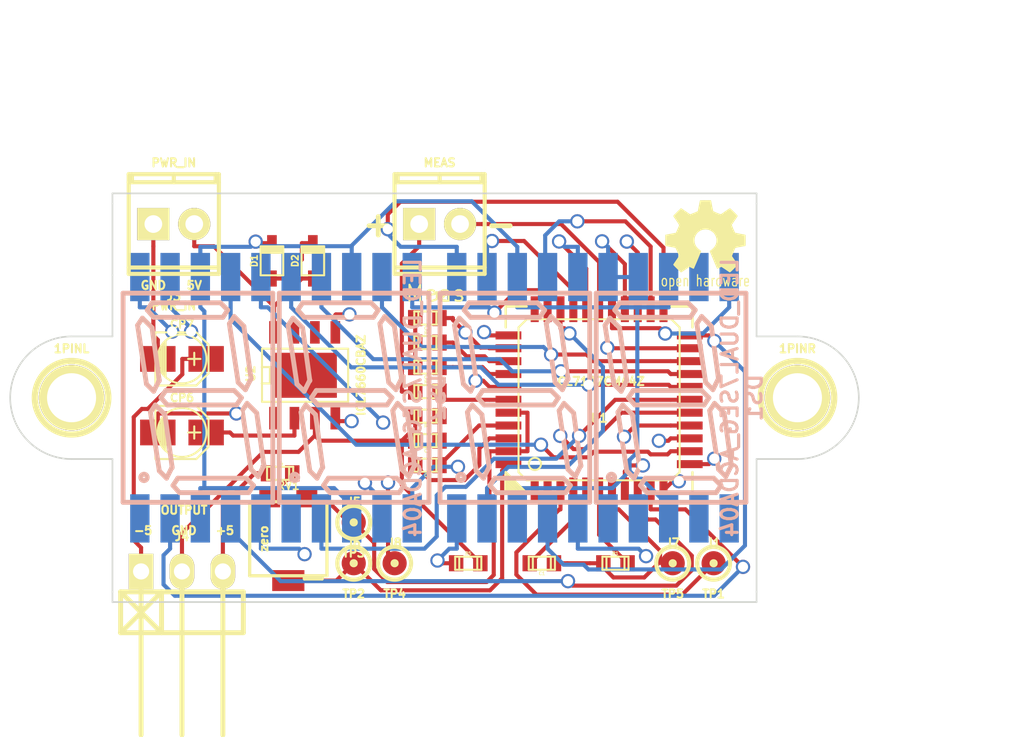
<source format=kicad_pcb>
(kicad_pcb (version 3) (host pcbnew "(2013-07-07 BZR 4022)-stable")

  (general
    (links 77)
    (no_connects 0)
    (area -0.254061 -0.254061 172.670714 114.706401)
    (thickness 1.6)
    (drawings 33)
    (tracks 463)
    (zones 0)
    (modules 31)
    (nets 47)
  )

  (page USLetter)
  (title_block 
    (rev 1)
  )

  (layers
    (15 F.Cu signal)
    (2 Inner2.Cu signal)
    (1 Inner1.Cu signal)
    (0 B.Cu signal)
    (16 B.Adhes user)
    (17 F.Adhes user)
    (18 B.Paste user)
    (19 F.Paste user)
    (20 B.SilkS user hide)
    (21 F.SilkS user)
    (22 B.Mask user)
    (23 F.Mask user)
    (24 Dwgs.User user)
    (25 Cmts.User user)
    (26 Eco1.User user)
    (27 Eco2.User user)
    (28 Edge.Cuts user)
  )

  (setup
    (last_trace_width 0.254)
    (trace_clearance 0.254)
    (zone_clearance 0.508)
    (zone_45_only no)
    (trace_min 0.254)
    (segment_width 0.2)
    (edge_width 0.1)
    (via_size 0.889)
    (via_drill 0.635)
    (via_min_size 0.889)
    (via_min_drill 0.508)
    (uvia_size 0.508)
    (uvia_drill 0.127)
    (uvias_allowed no)
    (uvia_min_size 0.508)
    (uvia_min_drill 0.127)
    (pcb_text_width 0.3)
    (pcb_text_size 1.5 1.5)
    (mod_edge_width 0.3)
    (mod_text_size 1 1)
    (mod_text_width 0.15)
    (pad_size 0.5 1.6)
    (pad_drill 0)
    (pad_to_mask_clearance 0)
    (aux_axis_origin 132.715 93.345)
    (visible_elements 7FFFFFCF)
    (pcbplotparams
      (layerselection 3178503)
      (usegerberextensions false)
      (excludeedgelayer true)
      (linewidth 0.150000)
      (plotframeref false)
      (viasonmask false)
      (mode 1)
      (useauxorigin false)
      (hpglpennumber 1)
      (hpglpenspeed 20)
      (hpglpendiameter 15)
      (hpglpenoverlay 2)
      (psnegative false)
      (psa4output false)
      (plotreference true)
      (plotvalue true)
      (plotothertext true)
      (plotinvisibletext false)
      (padsonsilk false)
      (subtractmaskfromsilk false)
      (outputformat 1)
      (mirror false)
      (drillshape 0)
      (scaleselection 1)
      (outputdirectory gerber/))
  )

  (net 0 "")
  (net 1 +5V)
  (net 2 /-5V)
  (net 3 /A2)
  (net 4 /B2)
  (net 5 /C2)
  (net 6 /CA)
  (net 7 /D2)
  (net 8 /E2)
  (net 9 /F2)
  (net 10 /G2)
  (net 11 /V+meas)
  (net 12 GND)
  (net 13 N-000001)
  (net 14 N-0000010)
  (net 15 N-0000013)
  (net 16 N-0000014)
  (net 17 N-0000016)
  (net 18 N-0000017)
  (net 19 N-0000019)
  (net 20 N-0000020)
  (net 21 N-0000021)
  (net 22 N-0000030)
  (net 23 N-000004)
  (net 24 N-0000040)
  (net 25 N-0000041)
  (net 26 N-0000043)
  (net 27 N-0000044)
  (net 28 N-0000045)
  (net 29 N-0000046)
  (net 30 N-0000047)
  (net 31 N-0000048)
  (net 32 N-0000049)
  (net 33 N-000005)
  (net 34 N-0000050)
  (net 35 N-0000051)
  (net 36 N-0000052)
  (net 37 N-0000053)
  (net 38 N-0000054)
  (net 39 N-0000056)
  (net 40 N-0000057)
  (net 41 N-0000058)
  (net 42 N-0000059)
  (net 43 N-000006)
  (net 44 N-000007)
  (net 45 N-000008)
  (net 46 N-000009)

  (net_class Default "This is the default net class."
    (clearance 0.254)
    (trace_width 0.254)
    (via_dia 0.889)
    (via_drill 0.635)
    (uvia_dia 0.508)
    (uvia_drill 0.127)
    (add_net "")
    (add_net +5V)
    (add_net /-5V)
    (add_net /A2)
    (add_net /B2)
    (add_net /C2)
    (add_net /CA)
    (add_net /D2)
    (add_net /E2)
    (add_net /F2)
    (add_net /G2)
    (add_net /V+meas)
    (add_net GND)
    (add_net N-000001)
    (add_net N-0000010)
    (add_net N-0000013)
    (add_net N-0000014)
    (add_net N-0000016)
    (add_net N-0000017)
    (add_net N-0000019)
    (add_net N-0000020)
    (add_net N-0000021)
    (add_net N-0000030)
    (add_net N-000004)
    (add_net N-0000040)
    (add_net N-0000041)
    (add_net N-0000043)
    (add_net N-0000044)
    (add_net N-0000045)
    (add_net N-0000046)
    (add_net N-0000047)
    (add_net N-0000048)
    (add_net N-0000049)
    (add_net N-000005)
    (add_net N-0000050)
    (add_net N-0000051)
    (add_net N-0000052)
    (add_net N-0000053)
    (add_net N-0000054)
    (add_net N-0000056)
    (add_net N-0000057)
    (add_net N-0000058)
    (add_net N-0000059)
    (add_net N-000006)
    (add_net N-000007)
    (add_net N-000008)
    (add_net N-000009)
  )

  (module SO8_WITH_EP (layer F.Cu) (tedit 4F33A7F1) (tstamp 52A0788B)
    (at 124.968 91.948)
    (descr "SO8 with exposed pad")
    (tags "SMD SO8")
    (path /529FB6FB)
    (attr smd)
    (fp_text reference U2 (at -3.35026 -0.09906 90) (layer F.SilkS)
      (effects (font (size 0.508 0.508) (thickness 0.127)))
    )
    (fp_text value ICL7660CBAZ (at 3.50012 0 90) (layer F.SilkS)
      (effects (font (size 0.508 0.508) (thickness 0.127)))
    )
    (fp_line (start 2.70002 1.651) (end -2.64922 1.651) (layer F.SilkS) (width 0.127))
    (fp_line (start -2.64922 -1.651) (end 2.70002 -1.651) (layer F.SilkS) (width 0.127))
    (fp_line (start 2.70002 -1.651) (end 2.70002 1.651) (layer F.SilkS) (width 0.127))
    (fp_line (start -2.64922 -1.651) (end -2.64922 1.651) (layer F.SilkS) (width 0.127))
    (fp_line (start -2.667 -0.508) (end -2.159 -0.508) (layer F.SilkS) (width 0.127))
    (fp_line (start -2.159 -0.508) (end -2.159 0.508) (layer F.SilkS) (width 0.127))
    (fp_line (start -2.159 0.508) (end -2.667 0.508) (layer F.SilkS) (width 0.127))
    (pad 8 smd rect (at -1.905 -2.667) (size 0.59944 1.39954)
      (layers F.Cu F.Paste F.Mask)
      (net 1 +5V)
    )
    (pad 1 smd rect (at -1.905 2.667) (size 0.59944 1.39954)
      (layers F.Cu F.Paste F.Mask)
    )
    (pad 7 smd rect (at -0.635 -2.667) (size 0.59944 1.39954)
      (layers F.Cu F.Paste F.Mask)
    )
    (pad 6 smd rect (at 0.635 -2.667) (size 0.59944 1.39954)
      (layers F.Cu F.Paste F.Mask)
    )
    (pad 5 smd rect (at 1.905 -2.667) (size 0.59944 1.39954)
      (layers F.Cu F.Paste F.Mask)
      (net 2 /-5V)
    )
    (pad 2 smd rect (at -0.635 2.667) (size 0.59944 1.39954)
      (layers F.Cu F.Paste F.Mask)
      (net 38 N-0000054)
    )
    (pad 3 smd rect (at 0.635 2.667) (size 0.59944 1.39954)
      (layers F.Cu F.Paste F.Mask)
      (net 12 GND)
    )
    (pad 4 smd rect (at 1.905 2.667) (size 0.59944 1.39954)
      (layers F.Cu F.Paste F.Mask)
      (net 32 N-0000049)
    )
    (pad 9 smd rect (at 0 0) (size 4.0005 2.79908)
      (layers F.Cu F.Paste F.Mask)
    )
    (model smd/cms_so8.wrl
      (at (xyz 0 0 0))
      (scale (xyz 0.5 0.32 0.5))
      (rotate (xyz 0 0 0))
    )
  )

  (module mqfp44 (layer F.Cu) (tedit 52A1123C) (tstamp 52A07997)
    (at 143.256 93.472)
    (descr MQFP-44)
    (tags MQFP-44)
    (path /529FCE47)
    (fp_text reference U1 (at 0 1.143) (layer F.SilkS)
      (effects (font (size 0.508 0.508) (thickness 0.127)))
    )
    (fp_text value ICL7107CM44Z (at 0 -1.143) (layer F.SilkS)
      (effects (font (size 0.508 0.508) (thickness 0.127)))
    )
    (fp_line (start -5.79882 5.69976) (end -5.69976 5.79882) (layer F.SilkS) (width 0.14986))
    (fp_line (start -5.4991 5.79882) (end -5.79882 5.4991) (layer F.SilkS) (width 0.14986))
    (fp_line (start -5.79882 5.30098) (end -5.30098 5.79882) (layer F.SilkS) (width 0.14986))
    (fp_line (start -5.10032 5.79882) (end -5.79882 5.10032) (layer F.SilkS) (width 0.14986))
    (fp_line (start -5.79882 4.89966) (end -4.89966 5.79882) (layer F.SilkS) (width 0.14986))
    (fp_line (start -4.699 5.79882) (end -5.79882 4.699) (layer F.SilkS) (width 0.14986))
    (fp_line (start -4.50088 5.79882) (end -5.79882 5.79882) (layer F.SilkS) (width 0.14986))
    (fp_line (start -5.79882 5.79882) (end -5.79882 4.50088) (layer F.SilkS) (width 0.14986))
    (fp_line (start -5.79882 4.50088) (end -4.50088 5.79882) (layer F.SilkS) (width 0.14986))
    (fp_line (start 5.79882 4.50088) (end 5.79882 5.79882) (layer F.SilkS) (width 0.14986))
    (fp_line (start 5.79882 5.79882) (end 4.50088 5.79882) (layer F.SilkS) (width 0.14986))
    (fp_line (start 4.50088 -5.79882) (end 5.79882 -5.79882) (layer F.SilkS) (width 0.14986))
    (fp_line (start 5.79882 -5.79882) (end 5.79882 -4.50088) (layer F.SilkS) (width 0.14986))
    (fp_line (start -5.79882 -4.50088) (end -5.79882 -5.79882) (layer F.SilkS) (width 0.14986))
    (fp_line (start -5.79882 -5.79882) (end -4.50088 -5.79882) (layer F.SilkS) (width 0.14986))
    (fp_line (start 4.4958 5.0038) (end -4.4958 5.0038) (layer F.SilkS) (width 0.127))
    (fp_line (start 5.0038 4.4958) (end 5.0038 -4.4958) (layer F.SilkS) (width 0.127))
    (fp_line (start -4.4958 -5.0038) (end 4.4958 -5.0038) (layer F.SilkS) (width 0.127))
    (fp_line (start -5.0038 4.4958) (end -5.0038 -4.4958) (layer F.SilkS) (width 0.127))
    (fp_circle (center -3.9878 3.9878) (end -4.2164 4.2926) (layer F.SilkS) (width 0.127))
    (fp_line (start -4.4958 5.0038) (end -5.0038 4.4958) (layer F.SilkS) (width 0.127))
    (fp_line (start 5.0038 4.4958) (end 4.4958 5.0038) (layer F.SilkS) (width 0.127))
    (fp_line (start 4.4958 -5.0038) (end 5.0038 -4.4958) (layer F.SilkS) (width 0.127))
    (fp_line (start -5.0038 -4.4958) (end -4.4958 -5.0038) (layer F.SilkS) (width 0.127))
    (pad 4 smd rect (at -1.6002 5.63) (size 0.5 1.6)
      (layers F.Cu F.Paste F.Mask)
      (net 30 N-0000047)
    )
    (pad 5 smd rect (at -0.8001 5.63) (size 0.5 1.6)
      (layers F.Cu F.Paste F.Mask)
    )
    (pad 6 smd rect (at 0 5.63) (size 0.5 1.6)
      (layers F.Cu F.Paste F.Mask)
      (net 29 N-0000046)
    )
    (pad 7 smd rect (at 0.8001 5.63) (size 0.5 1.6)
      (layers F.Cu F.Paste F.Mask)
      (net 28 N-0000045)
    )
    (pad 8 smd rect (at 1.6002 5.63) (size 0.5 1.6)
      (layers F.Cu F.Paste F.Mask)
      (net 1 +5V)
    )
    (pad 1 smd rect (at -4.0005 5.63) (size 0.5 1.6)
      (layers F.Cu F.Paste F.Mask)
    )
    (pad 2 smd rect (at -3.2004 5.63) (size 0.5 1.6)
      (layers F.Cu F.Paste F.Mask)
    )
    (pad 3 smd rect (at -2.4003 5.63) (size 0.5 1.6)
      (layers F.Cu F.Paste F.Mask)
      (net 31 N-0000048)
    )
    (pad 12 smd rect (at 5.63 4.0005 90) (size 0.5 1.6)
      (layers F.Cu F.Paste F.Mask)
      (net 17 N-0000016)
    )
    (pad 13 smd rect (at 5.63 3.2004 90) (size 0.5 1.6)
      (layers F.Cu F.Paste F.Mask)
      (net 16 N-0000014)
    )
    (pad 14 smd rect (at 5.63 2.4003 90) (size 0.5 1.6)
      (layers F.Cu F.Paste F.Mask)
      (net 15 N-0000013)
    )
    (pad 15 smd rect (at 5.63 1.6002 90) (size 0.5 1.6)
      (layers F.Cu F.Paste F.Mask)
      (net 21 N-0000021)
    )
    (pad 16 smd rect (at 5.63 0.8001 90) (size 0.5 1.6)
      (layers F.Cu F.Paste F.Mask)
      (net 7 /D2)
    )
    (pad 17 smd rect (at 5.63 0 90) (size 0.5 1.6)
      (layers F.Cu F.Paste F.Mask)
      (net 5 /C2)
    )
    (pad 18 smd rect (at 5.63 -0.8001 90) (size 0.5 1.6)
      (layers F.Cu F.Paste F.Mask)
      (net 4 /B2)
    )
    (pad 19 smd rect (at 5.63 -1.6002 90) (size 0.5 1.6)
      (layers F.Cu F.Paste F.Mask)
      (net 3 /A2)
    )
    (pad 23 smd rect (at 4.0005 -5.63) (size 0.5 1.6)
      (layers F.Cu F.Paste F.Mask)
      (net 44 N-000007)
    )
    (pad 24 smd rect (at 3.2004 -5.63) (size 0.5 1.6)
      (layers F.Cu F.Paste F.Mask)
      (net 43 N-000006)
    )
    (pad 25 smd rect (at 2.4003 -5.63) (size 0.5 1.6)
      (layers F.Cu F.Paste F.Mask)
      (net 14 N-0000010)
    )
    (pad 26 smd rect (at 1.6002 -5.63) (size 0.5 1.6)
      (layers F.Cu F.Paste F.Mask)
      (net 23 N-000004)
    )
    (pad 27 smd rect (at 0.8001 -5.63) (size 0.5 1.6)
      (layers F.Cu F.Paste F.Mask)
      (net 45 N-000008)
    )
    (pad 28 smd rect (at 0 -5.63) (size 0.5 1.6)
      (layers F.Cu F.Paste F.Mask)
      (net 12 GND)
    )
    (pad 29 smd rect (at -0.8001 -5.63) (size 0.5 1.6)
      (layers F.Cu F.Paste F.Mask)
      (net 33 N-000005)
    )
    (pad 30 smd rect (at -1.6002 -5.63) (size 0.5 1.6)
      (layers F.Cu F.Paste F.Mask)
      (net 13 N-000001)
    )
    (pad 34 smd rect (at -5.63 -4.0005 90) (size 0.5 1.6)
      (layers F.Cu F.Paste F.Mask)
      (net 2 /-5V)
    )
    (pad 35 smd rect (at -5.63 -3.2004 90) (size 0.5 1.6)
      (layers F.Cu F.Paste F.Mask)
      (net 35 N-0000051)
    )
    (pad 36 smd rect (at -5.63 -2.4003 90) (size 0.5 1.6)
      (layers F.Cu F.Paste F.Mask)
      (net 34 N-0000050)
    )
    (pad 37 smd rect (at -5.63 -1.6002 90) (size 0.5 1.6)
      (layers F.Cu F.Paste F.Mask)
      (net 40 N-0000057)
    )
    (pad 38 smd rect (at -5.63 -0.8001 90) (size 0.5 1.6)
      (layers F.Cu F.Paste F.Mask)
      (net 12 GND)
    )
    (pad 39 smd rect (at -5.63 0 90) (size 0.5 1.6)
      (layers F.Cu F.Paste F.Mask)
      (net 27 N-0000044)
    )
    (pad 40 smd rect (at -5.63 0.8001 90) (size 0.5 1.6)
      (layers F.Cu F.Paste F.Mask)
      (net 24 N-0000040)
    )
    (pad 41 smd rect (at -5.63 1.6002 90) (size 0.5 1.6)
      (layers F.Cu F.Paste F.Mask)
      (net 42 N-0000059)
    )
    (pad 9 smd rect (at 2.4003 5.63) (size 0.5 1.6)
      (layers F.Cu F.Paste F.Mask)
      (net 20 N-0000020)
    )
    (pad 10 smd rect (at 3.2004 5.63) (size 0.5 1.6)
      (layers F.Cu F.Paste F.Mask)
      (net 19 N-0000019)
    )
    (pad 11 smd rect (at 4.0005 5.63) (size 0.5 1.6)
      (layers F.Cu F.Paste F.Mask)
      (net 18 N-0000017)
    )
    (pad 20 smd rect (at 5.63 -2.4003 90) (size 0.5 1.6)
      (layers F.Cu F.Paste F.Mask)
      (net 9 /F2)
    )
    (pad 21 smd rect (at 5.63 -3.2004 90) (size 0.5 1.6)
      (layers F.Cu F.Paste F.Mask)
      (net 8 /E2)
    )
    (pad 22 smd rect (at 5.63 -4.0005 90) (size 0.5 1.6)
      (layers F.Cu F.Paste F.Mask)
      (net 46 N-000009)
    )
    (pad 31 smd rect (at -2.4003 -5.63) (size 0.5 1.6)
      (layers F.Cu F.Paste F.Mask)
      (net 26 N-0000043)
    )
    (pad 32 smd rect (at -3.2004 -5.63) (size 0.5 1.6)
      (layers F.Cu F.Paste F.Mask)
      (net 10 /G2)
    )
    (pad 33 smd rect (at -4.0005 -5.63) (size 0.5 1.6)
      (layers F.Cu F.Paste F.Mask)
    )
    (pad 42 smd rect (at -5.63 2.4003 90) (size 0.5 1.6)
      (layers F.Cu F.Paste F.Mask)
      (net 39 N-0000056)
    )
    (pad 43 smd rect (at -5.63 3.2004 90) (size 0.5 1.6)
      (layers F.Cu F.Paste F.Mask)
      (net 24 N-0000040)
    )
    (pad 44 smd rect (at -5.63 4.0005 90) (size 0.5 1.6)
      (layers F.Cu F.Paste F.Mask)
      (net 36 N-0000052)
    )
    (model walter/smd_lqfp/lqfp-44.wrl
      (at (xyz 0 0 0))
      (scale (xyz 1 1 1))
      (rotate (xyz 0 0 0))
    )
  )

  (module 1pin (layer F.Cu) (tedit 52A166F1) (tstamp 52A35899)
    (at 155.575 93.345)
    (descr "module 1 pin (ou trou mecanique de percage)")
    (tags DEV)
    (path 1pin)
    (fp_text reference 1PINR (at 0 -3.048) (layer F.SilkS)
      (effects (font (size 0.508 0.508) (thickness 0.127)))
    )
    (fp_text value P*** (at 0 2.794) (layer F.SilkS) hide
      (effects (font (size 0.508 0.508) (thickness 0.127)))
    )
    (fp_circle (center 0 0) (end 0 -2.286) (layer F.SilkS) (width 0.381))
    (pad 1 thru_hole circle (at 0 0) (size 4.064 4.064) (drill 3.048)
      (layers *.Cu *.Mask F.SilkS)
    )
  )

  (module 1pin (layer F.Cu) (tedit 52A166F7) (tstamp 52A358A4)
    (at 110.49 93.345)
    (descr "module 1 pin (ou trou mecanique de percage)")
    (tags DEV)
    (path 1pin)
    (fp_text reference 1PINL (at 0 -3.048) (layer F.SilkS)
      (effects (font (size 0.508 0.508) (thickness 0.127)))
    )
    (fp_text value P*** (at 0 2.794) (layer F.SilkS) hide
      (effects (font (size 0.508 0.508) (thickness 0.127)))
    )
    (fp_circle (center 0 0) (end 0 -2.286) (layer F.SilkS) (width 0.381))
    (pad 1 thru_hole circle (at 0 0) (size 4.064 4.064) (drill 3.048)
      (layers *.Cu *.Mask F.SilkS)
    )
  )

  (module pin_strip_3-90 (layer F.Cu) (tedit 4EF89165) (tstamp 52A1643C)
    (at 117.348 104.14)
    (descr "Pin strip 3pin 90")
    (tags "CONN DEV")
    (path /52A163E7)
    (fp_text reference J4 (at 0 -2.159) (layer F.SilkS)
      (effects (font (size 0.508 0.508) (thickness 0.127)))
    )
    (fp_text value HEADER_3 (at 0.254 -3.556) (layer F.SilkS) hide
      (effects (font (size 0.508 0.508) (thickness 0.127)))
    )
    (fp_line (start -3.81 1.27) (end -1.27 3.81) (layer F.SilkS) (width 0.3048))
    (fp_line (start -1.27 1.27) (end -3.81 3.81) (layer F.SilkS) (width 0.3048))
    (fp_line (start -3.81 1.27) (end 3.81 1.27) (layer F.SilkS) (width 0.3048))
    (fp_line (start 3.81 1.27) (end 3.81 3.81) (layer F.SilkS) (width 0.3048))
    (fp_line (start 3.81 3.81) (end -3.81 3.81) (layer F.SilkS) (width 0.3048))
    (fp_line (start -1.27 1.27) (end -1.27 3.81) (layer F.SilkS) (width 0.3048))
    (fp_line (start -2.54 0) (end -2.54 10.16) (layer F.SilkS) (width 0.3048))
    (fp_line (start 2.54 10.16) (end 2.54 0) (layer F.SilkS) (width 0.3048))
    (fp_line (start 0 0) (end 0 10.16) (layer F.SilkS) (width 0.3048))
    (fp_line (start -3.81 3.81) (end -3.81 1.27) (layer F.SilkS) (width 0.3048))
    (pad 1 thru_hole rect (at -2.54 0) (size 1.524 2.19964) (drill 1.00076)
      (layers *.Cu *.Mask F.SilkS)
      (net 2 /-5V)
    )
    (pad 2 thru_hole oval (at 0 0) (size 1.524 2.19964) (drill 1.00076)
      (layers *.Cu *.Mask F.SilkS)
      (net 12 GND)
    )
    (pad 3 thru_hole oval (at 2.54 0) (size 1.524 2.19964) (drill 1.00076)
      (layers *.Cu *.Mask F.SilkS)
      (net 1 +5V)
    )
    (model walter/pin_strip/pin_strip_3-90.wrl
      (at (xyz 0 0 0))
      (scale (xyz 1 1 1))
      (rotate (xyz 0 0 0))
    )
  )

  (module Logo_silk_OSHW_6x6mm (layer F.Cu) (tedit 5171C53E) (tstamp 52A18138)
    (at 149.86 83.312)
    (descr "Open Hardware Logo, 6x6mm")
    (fp_text reference G*** (at 0 0) (layer F.SilkS) hide
      (effects (font (size 0.508 0.508) (thickness 0.127)))
    )
    (fp_text value LOGO (at 0 0.3) (layer F.SilkS) hide
      (effects (font (size 0.508 0.508) (thickness 0.127)))
    )
    (fp_line (start 2.16 2.62) (end 2.16 3.08) (layer F.SilkS) (width 0.075))
    (fp_line (start 2.25 2.62) (end 2.3 2.62) (layer F.SilkS) (width 0.075))
    (fp_line (start 2.2 2.65) (end 2.25 2.62) (layer F.SilkS) (width 0.075))
    (fp_line (start 2.18 2.67) (end 2.2 2.65) (layer F.SilkS) (width 0.075))
    (fp_line (start 2.16 2.74) (end 2.18 2.67) (layer F.SilkS) (width 0.075))
    (fp_line (start 2.6 3.08) (end 2.65 3.05) (layer F.SilkS) (width 0.075))
    (fp_line (start 2.5 3.08) (end 2.6 3.08) (layer F.SilkS) (width 0.075))
    (fp_line (start 2.46 3.05) (end 2.5 3.08) (layer F.SilkS) (width 0.075))
    (fp_line (start 2.44 2.98) (end 2.46 3.05) (layer F.SilkS) (width 0.075))
    (fp_line (start 2.44 2.71) (end 2.44 2.98) (layer F.SilkS) (width 0.075))
    (fp_line (start 2.47 2.65) (end 2.44 2.71) (layer F.SilkS) (width 0.075))
    (fp_line (start 2.51 2.62) (end 2.47 2.65) (layer F.SilkS) (width 0.075))
    (fp_line (start 2.61 2.62) (end 2.51 2.62) (layer F.SilkS) (width 0.075))
    (fp_line (start 2.65 2.66) (end 2.61 2.62) (layer F.SilkS) (width 0.075))
    (fp_line (start 2.67 2.73) (end 2.65 2.66) (layer F.SilkS) (width 0.075))
    (fp_line (start 2.67 2.85) (end 2.67 2.73) (layer F.SilkS) (width 0.075))
    (fp_line (start 2.67 2.85) (end 2.44 2.85) (layer F.SilkS) (width 0.075))
    (fp_line (start 1.92 2.71) (end 1.92 3.08) (layer F.SilkS) (width 0.075))
    (fp_line (start 1.89 2.65) (end 1.92 2.71) (layer F.SilkS) (width 0.075))
    (fp_line (start 1.85 2.62) (end 1.89 2.65) (layer F.SilkS) (width 0.075))
    (fp_line (start 1.75 2.62) (end 1.85 2.62) (layer F.SilkS) (width 0.075))
    (fp_line (start 1.7 2.65) (end 1.75 2.62) (layer F.SilkS) (width 0.075))
    (fp_line (start 1.76 2.81) (end 1.71 2.84) (layer F.SilkS) (width 0.075))
    (fp_line (start 1.88 2.81) (end 1.76 2.81) (layer F.SilkS) (width 0.075))
    (fp_line (start 1.92 2.78) (end 1.88 2.81) (layer F.SilkS) (width 0.075))
    (fp_line (start 1.87 3.08) (end 1.92 3.04) (layer F.SilkS) (width 0.075))
    (fp_line (start 1.75 3.08) (end 1.87 3.08) (layer F.SilkS) (width 0.075))
    (fp_line (start 1.7 3.04) (end 1.75 3.08) (layer F.SilkS) (width 0.075))
    (fp_line (start 1.68 2.98) (end 1.7 3.04) (layer F.SilkS) (width 0.075))
    (fp_line (start 1.68 2.91) (end 1.68 2.98) (layer F.SilkS) (width 0.075))
    (fp_line (start 1.71 2.84) (end 1.68 2.91) (layer F.SilkS) (width 0.075))
    (fp_line (start 1.13 2.62) (end 1.23 3.08) (layer F.SilkS) (width 0.075))
    (fp_line (start 1.23 3.08) (end 1.32 2.74) (layer F.SilkS) (width 0.075))
    (fp_line (start 1.32 2.74) (end 1.42 3.08) (layer F.SilkS) (width 0.075))
    (fp_line (start 1.42 3.08) (end 1.52 2.62) (layer F.SilkS) (width 0.075))
    (fp_line (start 0.94 3.05) (end 0.9 3.08) (layer F.SilkS) (width 0.075))
    (fp_line (start 0.9 3.08) (end 0.79 3.08) (layer F.SilkS) (width 0.075))
    (fp_line (start 0.79 3.08) (end 0.75 3.05) (layer F.SilkS) (width 0.075))
    (fp_line (start 0.75 3.05) (end 0.73 3.02) (layer F.SilkS) (width 0.075))
    (fp_line (start 0.73 3.02) (end 0.7 2.95) (layer F.SilkS) (width 0.075))
    (fp_line (start 0.7 2.95) (end 0.7 2.75) (layer F.SilkS) (width 0.075))
    (fp_line (start 0.7 2.75) (end 0.73 2.68) (layer F.SilkS) (width 0.075))
    (fp_line (start 0.73 2.68) (end 0.75 2.65) (layer F.SilkS) (width 0.075))
    (fp_line (start 0.75 2.65) (end 0.81 2.61) (layer F.SilkS) (width 0.075))
    (fp_line (start 0.81 2.61) (end 0.88 2.61) (layer F.SilkS) (width 0.075))
    (fp_line (start 0.88 2.61) (end 0.94 2.65) (layer F.SilkS) (width 0.075))
    (fp_line (start 0.94 2.38) (end 0.94 3.08) (layer F.SilkS) (width 0.075))
    (fp_line (start 0.42 2.74) (end 0.44 2.67) (layer F.SilkS) (width 0.075))
    (fp_line (start 0.44 2.67) (end 0.46 2.65) (layer F.SilkS) (width 0.075))
    (fp_line (start 0.46 2.65) (end 0.51 2.62) (layer F.SilkS) (width 0.075))
    (fp_line (start 0.51 2.62) (end 0.56 2.62) (layer F.SilkS) (width 0.075))
    (fp_line (start 0.42 2.62) (end 0.42 3.08) (layer F.SilkS) (width 0.075))
    (fp_line (start -0.03 2.84) (end -0.06 2.91) (layer F.SilkS) (width 0.075))
    (fp_line (start -0.06 2.91) (end -0.06 2.98) (layer F.SilkS) (width 0.075))
    (fp_line (start -0.06 2.98) (end -0.04 3.04) (layer F.SilkS) (width 0.075))
    (fp_line (start -0.04 3.04) (end 0.01 3.08) (layer F.SilkS) (width 0.075))
    (fp_line (start 0.01 3.08) (end 0.13 3.08) (layer F.SilkS) (width 0.075))
    (fp_line (start 0.13 3.08) (end 0.18 3.04) (layer F.SilkS) (width 0.075))
    (fp_line (start 0.18 2.78) (end 0.14 2.81) (layer F.SilkS) (width 0.075))
    (fp_line (start 0.14 2.81) (end 0.02 2.81) (layer F.SilkS) (width 0.075))
    (fp_line (start 0.02 2.81) (end -0.03 2.84) (layer F.SilkS) (width 0.075))
    (fp_line (start -0.04 2.65) (end 0.01 2.62) (layer F.SilkS) (width 0.075))
    (fp_line (start 0.01 2.62) (end 0.11 2.62) (layer F.SilkS) (width 0.075))
    (fp_line (start 0.11 2.62) (end 0.15 2.65) (layer F.SilkS) (width 0.075))
    (fp_line (start 0.15 2.65) (end 0.18 2.71) (layer F.SilkS) (width 0.075))
    (fp_line (start 0.18 2.71) (end 0.18 3.08) (layer F.SilkS) (width 0.075))
    (fp_line (start -0.49 2.69) (end -0.47 2.65) (layer F.SilkS) (width 0.075))
    (fp_line (start -0.47 2.65) (end -0.42 2.62) (layer F.SilkS) (width 0.075))
    (fp_line (start -0.42 2.62) (end -0.34 2.62) (layer F.SilkS) (width 0.075))
    (fp_line (start -0.34 2.62) (end -0.3 2.65) (layer F.SilkS) (width 0.075))
    (fp_line (start -0.3 2.65) (end -0.28 2.71) (layer F.SilkS) (width 0.075))
    (fp_line (start -0.28 2.71) (end -0.28 3.08) (layer F.SilkS) (width 0.075))
    (fp_line (start -0.49 2.38) (end -0.49 3.08) (layer F.SilkS) (width 0.075))
    (fp_line (start -1.54 2.85) (end -1.77 2.85) (layer F.SilkS) (width 0.075))
    (fp_line (start -1.32 2.68) (end -1.3 2.65) (layer F.SilkS) (width 0.075))
    (fp_line (start -1.3 2.65) (end -1.26 2.62) (layer F.SilkS) (width 0.075))
    (fp_line (start -1.26 2.62) (end -1.17 2.62) (layer F.SilkS) (width 0.075))
    (fp_line (start -1.17 2.62) (end -1.13 2.65) (layer F.SilkS) (width 0.075))
    (fp_line (start -1.13 2.65) (end -1.11 2.71) (layer F.SilkS) (width 0.075))
    (fp_line (start -1.11 2.71) (end -1.11 3.08) (layer F.SilkS) (width 0.075))
    (fp_line (start -1.32 2.62) (end -1.32 3.08) (layer F.SilkS) (width 0.075))
    (fp_line (start -1.54 2.85) (end -1.54 2.73) (layer F.SilkS) (width 0.075))
    (fp_line (start -1.54 2.73) (end -1.56 2.66) (layer F.SilkS) (width 0.075))
    (fp_line (start -1.56 2.66) (end -1.6 2.62) (layer F.SilkS) (width 0.075))
    (fp_line (start -1.6 2.62) (end -1.7 2.62) (layer F.SilkS) (width 0.075))
    (fp_line (start -1.7 2.62) (end -1.74 2.65) (layer F.SilkS) (width 0.075))
    (fp_line (start -1.74 2.65) (end -1.77 2.71) (layer F.SilkS) (width 0.075))
    (fp_line (start -1.77 2.71) (end -1.77 2.98) (layer F.SilkS) (width 0.075))
    (fp_line (start -1.77 2.98) (end -1.75 3.05) (layer F.SilkS) (width 0.075))
    (fp_line (start -1.75 3.05) (end -1.71 3.08) (layer F.SilkS) (width 0.075))
    (fp_line (start -1.71 3.08) (end -1.61 3.08) (layer F.SilkS) (width 0.075))
    (fp_line (start -1.61 3.08) (end -1.56 3.05) (layer F.SilkS) (width 0.075))
    (fp_line (start -2.2 2.65) (end -2.16 2.62) (layer F.SilkS) (width 0.075))
    (fp_line (start -2.16 2.62) (end -2.06 2.62) (layer F.SilkS) (width 0.075))
    (fp_line (start -2.06 2.62) (end -2.02 2.65) (layer F.SilkS) (width 0.075))
    (fp_line (start -2.02 2.65) (end -1.99 2.68) (layer F.SilkS) (width 0.075))
    (fp_line (start -1.99 2.68) (end -1.97 2.74) (layer F.SilkS) (width 0.075))
    (fp_line (start -1.97 2.74) (end -1.97 2.96) (layer F.SilkS) (width 0.075))
    (fp_line (start -1.97 2.96) (end -1.99 3.02) (layer F.SilkS) (width 0.075))
    (fp_line (start -1.99 3.02) (end -2.01 3.05) (layer F.SilkS) (width 0.075))
    (fp_line (start -2.01 3.05) (end -2.05 3.08) (layer F.SilkS) (width 0.075))
    (fp_line (start -2.05 3.08) (end -2.15 3.08) (layer F.SilkS) (width 0.075))
    (fp_line (start -2.15 3.08) (end -2.2 3.05) (layer F.SilkS) (width 0.075))
    (fp_line (start -2.2 3.32) (end -2.2 2.62) (layer F.SilkS) (width 0.075))
    (fp_line (start -2.51 2.62) (end -2.59 2.62) (layer F.SilkS) (width 0.075))
    (fp_line (start -2.59 2.62) (end -2.63 2.65) (layer F.SilkS) (width 0.075))
    (fp_line (start -2.63 2.65) (end -2.65 2.68) (layer F.SilkS) (width 0.075))
    (fp_line (start -2.65 2.68) (end -2.68 2.75) (layer F.SilkS) (width 0.075))
    (fp_line (start -2.59 3.08) (end -2.51 3.08) (layer F.SilkS) (width 0.075))
    (fp_line (start -2.51 3.08) (end -2.46 3.05) (layer F.SilkS) (width 0.075))
    (fp_line (start -2.46 3.05) (end -2.44 3.02) (layer F.SilkS) (width 0.075))
    (fp_line (start -2.44 3.02) (end -2.42 2.95) (layer F.SilkS) (width 0.075))
    (fp_line (start -2.42 2.95) (end -2.42 2.75) (layer F.SilkS) (width 0.075))
    (fp_line (start -2.42 2.75) (end -2.44 2.69) (layer F.SilkS) (width 0.075))
    (fp_line (start -2.44 2.69) (end -2.46 2.66) (layer F.SilkS) (width 0.075))
    (fp_line (start -2.46 2.66) (end -2.51 2.62) (layer F.SilkS) (width 0.075))
    (fp_line (start -2.68 2.75) (end -2.68 2.95) (layer F.SilkS) (width 0.075))
    (fp_line (start -2.68 2.95) (end -2.66 3.01) (layer F.SilkS) (width 0.075))
    (fp_line (start -2.66 3.01) (end -2.64 3.04) (layer F.SilkS) (width 0.075))
    (fp_line (start -2.64 3.04) (end -2.59 3.08) (layer F.SilkS) (width 0.075))
    (fp_poly (pts (xy -1.51384 2.24536) (xy -1.48844 2.23012) (xy -1.43002 2.19456) (xy -1.3462 2.13868)
      (xy -1.24714 2.07264) (xy -1.14808 2.0066) (xy -1.0668 1.95326) (xy -1.01092 1.91516)
      (xy -0.98552 1.90246) (xy -0.97282 1.90754) (xy -0.9271 1.9304) (xy -0.85852 1.96596)
      (xy -0.81788 1.98628) (xy -0.75692 2.01168) (xy -0.7239 2.0193) (xy -0.71882 2.00914)
      (xy -0.69596 1.96088) (xy -0.6604 1.8796) (xy -0.61468 1.77038) (xy -0.5588 1.64338)
      (xy -0.50292 1.50876) (xy -0.4445 1.36906) (xy -0.38862 1.23444) (xy -0.34036 1.11506)
      (xy -0.29972 1.01854) (xy -0.27432 0.94996) (xy -0.26416 0.92202) (xy -0.2667 0.9144)
      (xy -0.29972 0.88392) (xy -0.35306 0.84328) (xy -0.47244 0.74676) (xy -0.58928 0.60198)
      (xy -0.6604 0.43688) (xy -0.68326 0.25146) (xy -0.66294 0.08128) (xy -0.5969 -0.08128)
      (xy -0.4826 -0.2286) (xy -0.3429 -0.33782) (xy -0.18034 -0.4064) (xy 0 -0.42926)
      (xy 0.17272 -0.40894) (xy 0.34036 -0.3429) (xy 0.48768 -0.23114) (xy 0.55118 -0.16002)
      (xy 0.63754 -0.01016) (xy 0.6858 0.14732) (xy 0.69088 0.18796) (xy 0.68326 0.36322)
      (xy 0.63246 0.5334) (xy 0.53848 0.68326) (xy 0.40894 0.80772) (xy 0.3937 0.81788)
      (xy 0.33528 0.8636) (xy 0.29464 0.89408) (xy 0.26416 0.91948) (xy 0.48768 1.45796)
      (xy 0.52324 1.54178) (xy 0.5842 1.6891) (xy 0.63754 1.8161) (xy 0.68072 1.9177)
      (xy 0.7112 1.98374) (xy 0.7239 2.01168) (xy 0.7239 2.01422) (xy 0.74422 2.01676)
      (xy 0.78486 2.00152) (xy 0.86106 1.96596) (xy 0.90932 1.94056) (xy 0.96774 1.91262)
      (xy 0.99314 1.90246) (xy 1.016 1.91516) (xy 1.06934 1.95072) (xy 1.15062 2.00406)
      (xy 1.24714 2.06756) (xy 1.33858 2.13106) (xy 1.4224 2.18694) (xy 1.48336 2.22504)
      (xy 1.51384 2.24282) (xy 1.51892 2.24282) (xy 1.54432 2.22758) (xy 1.59258 2.18694)
      (xy 1.66624 2.11836) (xy 1.77038 2.01422) (xy 1.78562 1.99898) (xy 1.87198 1.91262)
      (xy 1.94056 1.83896) (xy 1.98628 1.78816) (xy 2.00406 1.7653) (xy 2.00406 1.7653)
      (xy 1.98882 1.73482) (xy 1.95072 1.67386) (xy 1.89484 1.5875) (xy 1.82626 1.48844)
      (xy 1.64846 1.22936) (xy 1.74498 0.98552) (xy 1.77546 0.90932) (xy 1.81356 0.82042)
      (xy 1.8415 0.75438) (xy 1.85674 0.72644) (xy 1.88214 0.71628) (xy 1.95072 0.70104)
      (xy 2.04724 0.68072) (xy 2.16154 0.6604) (xy 2.2733 0.64008) (xy 2.37236 0.61976)
      (xy 2.44348 0.60706) (xy 2.4765 0.59944) (xy 2.48412 0.59436) (xy 2.49174 0.57912)
      (xy 2.49428 0.5461) (xy 2.49682 0.48514) (xy 2.49936 0.39116) (xy 2.49936 0.25146)
      (xy 2.49936 0.23622) (xy 2.49682 0.10668) (xy 2.49428 0) (xy 2.49174 -0.06604)
      (xy 2.48666 -0.09398) (xy 2.48666 -0.09398) (xy 2.45618 -0.1016) (xy 2.38506 -0.11684)
      (xy 2.286 -0.13462) (xy 2.16662 -0.15748) (xy 2.159 -0.16002) (xy 2.04216 -0.18288)
      (xy 1.9431 -0.2032) (xy 1.87198 -0.21844) (xy 1.84404 -0.2286) (xy 1.83642 -0.23622)
      (xy 1.81356 -0.28194) (xy 1.78054 -0.3556) (xy 1.7399 -0.4445) (xy 1.7018 -0.53848)
      (xy 1.66878 -0.6223) (xy 1.64592 -0.68326) (xy 1.6383 -0.7112) (xy 1.64084 -0.71374)
      (xy 1.65862 -0.74168) (xy 1.69926 -0.80264) (xy 1.75514 -0.88646) (xy 1.82372 -0.98806)
      (xy 1.8288 -0.99568) (xy 1.89738 -1.09474) (xy 1.95326 -1.1811) (xy 1.98882 -1.23952)
      (xy 2.00406 -1.26746) (xy 2.00406 -1.27) (xy 1.9812 -1.30048) (xy 1.9304 -1.35636)
      (xy 1.85674 -1.43256) (xy 1.77038 -1.52146) (xy 1.74244 -1.54686) (xy 1.64338 -1.64338)
      (xy 1.57734 -1.70434) (xy 1.53416 -1.73736) (xy 1.51384 -1.74498) (xy 1.51384 -1.74498)
      (xy 1.48336 -1.7272) (xy 1.41986 -1.68656) (xy 1.33604 -1.62814) (xy 1.23444 -1.55956)
      (xy 1.22682 -1.55448) (xy 1.12776 -1.4859) (xy 1.04394 -1.43002) (xy 0.98552 -1.38938)
      (xy 0.95758 -1.37414) (xy 0.95504 -1.37414) (xy 0.9144 -1.38684) (xy 0.84328 -1.41224)
      (xy 0.75438 -1.44526) (xy 0.66294 -1.48336) (xy 0.57912 -1.51892) (xy 0.51562 -1.54686)
      (xy 0.48514 -1.56464) (xy 0.48514 -1.56464) (xy 0.47498 -1.6002) (xy 0.4572 -1.6764)
      (xy 0.43688 -1.778) (xy 0.41148 -1.89992) (xy 0.40894 -1.92024) (xy 0.38608 -2.03962)
      (xy 0.3683 -2.13868) (xy 0.35306 -2.20726) (xy 0.34544 -2.2352) (xy 0.3302 -2.23774)
      (xy 0.27178 -2.24282) (xy 0.18288 -2.24536) (xy 0.07366 -2.24536) (xy -0.0381 -2.24536)
      (xy -0.14732 -2.24282) (xy -0.2413 -2.24028) (xy -0.30988 -2.2352) (xy -0.33782 -2.23012)
      (xy -0.33782 -2.22758) (xy -0.34798 -2.18948) (xy -0.36576 -2.11582) (xy -0.38608 -2.01168)
      (xy -0.40894 -1.88976) (xy -0.41402 -1.8669) (xy -0.43688 -1.75006) (xy -0.4572 -1.651)
      (xy -0.4699 -1.58496) (xy -0.47752 -1.55702) (xy -0.49022 -1.55194) (xy -0.53848 -1.53162)
      (xy -0.61722 -1.4986) (xy -0.71628 -1.45796) (xy -0.94488 -1.36652) (xy -1.22682 -1.55702)
      (xy -1.25222 -1.5748) (xy -1.35382 -1.64338) (xy -1.4351 -1.69926) (xy -1.49352 -1.73736)
      (xy -1.51638 -1.75006) (xy -1.51892 -1.75006) (xy -1.54686 -1.72466) (xy -1.60274 -1.67132)
      (xy -1.67894 -1.59766) (xy -1.76784 -1.5113) (xy -1.83134 -1.44526) (xy -1.91008 -1.36652)
      (xy -1.95834 -1.31318) (xy -1.98628 -1.28016) (xy -1.9939 -1.25984) (xy -1.99136 -1.2446)
      (xy -1.97358 -1.21666) (xy -1.93294 -1.1557) (xy -1.87452 -1.06934) (xy -1.80594 -0.97028)
      (xy -1.75006 -0.88646) (xy -1.6891 -0.79248) (xy -1.651 -0.72644) (xy -1.63576 -0.69342)
      (xy -1.64084 -0.68072) (xy -1.65862 -0.62484) (xy -1.69418 -0.54102) (xy -1.73482 -0.44196)
      (xy -1.83388 -0.22098) (xy -1.97866 -0.19304) (xy -2.06756 -0.17526) (xy -2.18948 -0.1524)
      (xy -2.30886 -0.12954) (xy -2.49174 -0.09398) (xy -2.49936 0.58166) (xy -2.47142 0.59436)
      (xy -2.44348 0.60198) (xy -2.3749 0.61722) (xy -2.27838 0.63754) (xy -2.16154 0.65786)
      (xy -2.06502 0.67564) (xy -1.96596 0.69596) (xy -1.89484 0.70866) (xy -1.86436 0.71628)
      (xy -1.8542 0.72644) (xy -1.83134 0.7747) (xy -1.79578 0.8509) (xy -1.75514 0.94234)
      (xy -1.71704 1.03632) (xy -1.68148 1.12522) (xy -1.65862 1.19126) (xy -1.64846 1.22428)
      (xy -1.66116 1.25222) (xy -1.69926 1.31064) (xy -1.7526 1.39192) (xy -1.82118 1.49098)
      (xy -1.88722 1.5875) (xy -1.94564 1.67132) (xy -1.98374 1.73228) (xy -2.00152 1.76022)
      (xy -1.99136 1.778) (xy -1.95326 1.82626) (xy -1.8796 1.90246) (xy -1.76784 2.01168)
      (xy -1.75006 2.02946) (xy -1.6637 2.11328) (xy -1.59004 2.18186) (xy -1.5367 2.22758)
      (xy -1.51384 2.24536)) (layer F.SilkS) (width 0.00254))
  )

  (module testpoint_1mm5 (layer F.Cu) (tedit 52A3FFAF) (tstamp 52A2AE6C)
    (at 128.016 101.092)
    (descr "TestPoint 1.5mm")
    (path /52A27E62)
    (fp_text reference J5 (at 0 -1.27) (layer F.SilkS)
      (effects (font (size 0.508 0.508) (thickness 0.127)))
    )
    (fp_text value TP3 (at 0 1.905) (layer F.SilkS)
      (effects (font (size 0.508 0.508) (thickness 0.127)))
    )
    (fp_circle (center 0 0) (end 0.127 0) (layer F.SilkS) (width 0.254))
    (fp_circle (center 0 0) (end 0.889 0.508) (layer F.SilkS) (width 0.254))
    (pad 1 smd circle (at 0 0) (size 1.50114 1.50114)
      (layers F.Cu F.Paste F.Mask)
      (net 24 N-0000040)
    )
    (model walter/details/testpoint.wrl
      (at (xyz 0 0 0))
      (scale (xyz 1 1 1))
      (rotate (xyz 0 0 0))
    )
  )

  (module testpoint_1mm5 (layer F.Cu) (tedit 52A3FFB2) (tstamp 52A2AE73)
    (at 128.016 103.632)
    (descr "TestPoint 1.5mm")
    (path /52A27FD9)
    (fp_text reference J6 (at 0 -1.27) (layer F.SilkS)
      (effects (font (size 0.508 0.508) (thickness 0.127)))
    )
    (fp_text value TP2 (at 0 1.905) (layer F.SilkS)
      (effects (font (size 0.508 0.508) (thickness 0.127)))
    )
    (fp_circle (center 0 0) (end 0.127 0) (layer F.SilkS) (width 0.254))
    (fp_circle (center 0 0) (end 0.889 0.508) (layer F.SilkS) (width 0.254))
    (pad 1 smd circle (at 0 0) (size 1.50114 1.50114)
      (layers F.Cu F.Paste F.Mask)
      (net 36 N-0000052)
    )
    (model walter/details/testpoint.wrl
      (at (xyz 0 0 0))
      (scale (xyz 1 1 1))
      (rotate (xyz 0 0 0))
    )
  )

  (module testpoint_1mm5 (layer F.Cu) (tedit 52A3FFA9) (tstamp 52A2AE7A)
    (at 150.368 103.632)
    (descr "TestPoint 1.5mm")
    (path /52A28256)
    (fp_text reference J1 (at 0 -1.27) (layer F.SilkS)
      (effects (font (size 0.508 0.508) (thickness 0.127)))
    )
    (fp_text value TP1 (at 0 1.905) (layer F.SilkS)
      (effects (font (size 0.508 0.508) (thickness 0.127)))
    )
    (fp_circle (center 0 0) (end 0.127 0) (layer F.SilkS) (width 0.254))
    (fp_circle (center 0 0) (end 0.889 0.508) (layer F.SilkS) (width 0.254))
    (pad 1 smd circle (at 0 0) (size 1.50114 1.50114)
      (layers F.Cu F.Paste F.Mask)
      (net 31 N-0000048)
    )
    (model walter/details/testpoint.wrl
      (at (xyz 0 0 0))
      (scale (xyz 1 1 1))
      (rotate (xyz 0 0 0))
    )
  )

  (module testpoint_1mm5 (layer F.Cu) (tedit 52A3FFB6) (tstamp 52A2AE81)
    (at 147.828 103.632)
    (descr "TestPoint 1.5mm")
    (path /52A284FE)
    (fp_text reference J7 (at 0 -1.27) (layer F.SilkS)
      (effects (font (size 0.508 0.508) (thickness 0.127)))
    )
    (fp_text value TP5 (at 0 1.905) (layer F.SilkS)
      (effects (font (size 0.508 0.508) (thickness 0.127)))
    )
    (fp_circle (center 0 0) (end 0.127 0) (layer F.SilkS) (width 0.254))
    (fp_circle (center 0 0) (end 0.889 0.508) (layer F.SilkS) (width 0.254))
    (pad 1 smd circle (at 0 0) (size 1.50114 1.50114)
      (layers F.Cu F.Paste F.Mask)
      (net 28 N-0000045)
    )
    (model walter/details/testpoint.wrl
      (at (xyz 0 0 0))
      (scale (xyz 1 1 1))
      (rotate (xyz 0 0 0))
    )
  )

  (module testpoint_1mm5 (layer F.Cu) (tedit 52A3FFAC) (tstamp 52A2AE88)
    (at 130.556 103.632)
    (descr "TestPoint 1.5mm")
    (path /52A28753)
    (fp_text reference J8 (at 0 -1.27) (layer F.SilkS)
      (effects (font (size 0.508 0.508) (thickness 0.127)))
    )
    (fp_text value TP4 (at 0 1.905) (layer F.SilkS)
      (effects (font (size 0.508 0.508) (thickness 0.127)))
    )
    (fp_circle (center 0 0) (end 0.127 0) (layer F.SilkS) (width 0.254))
    (fp_circle (center 0 0) (end 0.889 0.508) (layer F.SilkS) (width 0.254))
    (pad 1 smd circle (at 0 0) (size 1.50114 1.50114)
      (layers F.Cu F.Paste F.Mask)
      (net 35 N-0000051)
    )
    (model walter/details/testpoint.wrl
      (at (xyz 0 0 0))
      (scale (xyz 1 1 1))
      (rotate (xyz 0 0 0))
    )
  )

  (module mpt_0,5/2-2,54 (layer F.Cu) (tedit 52A3FA1D) (tstamp 52A4DA8F)
    (at 133.35 82.55 180)
    (descr "2-way 2.54mm pitch terminal block, Phoenix MPT series")
    (path /52A07CD6)
    (fp_text reference J2 (at 0 -4.50088 180) (layer F.SilkS)
      (effects (font (size 0.508 0.508) (thickness 0.127)))
    )
    (fp_text value MEAS (at 0 3.81 180) (layer F.SilkS)
      (effects (font (size 0.508 0.508) (thickness 0.127)))
    )
    (fp_line (start 2.79908 2.60096) (end -2.79908 2.60096) (layer F.SilkS) (width 0.254))
    (fp_line (start -2.60096 3.0988) (end -2.60096 2.60096) (layer F.SilkS) (width 0.254))
    (fp_line (start 2.60096 2.60096) (end 2.60096 3.0988) (layer F.SilkS) (width 0.254))
    (fp_line (start 0 3.0988) (end 0 2.60096) (layer F.SilkS) (width 0.254))
    (fp_line (start -2.79908 -2.70002) (end 2.79908 -2.70002) (layer F.SilkS) (width 0.254))
    (fp_line (start -2.79908 3.0988) (end 2.79908 3.0988) (layer F.SilkS) (width 0.254))
    (fp_line (start 2.79908 3.0988) (end 2.79908 -3.0988) (layer F.SilkS) (width 0.254))
    (fp_line (start 2.79908 -3.0988) (end -2.79908 -3.0988) (layer F.SilkS) (width 0.254))
    (fp_line (start -2.79908 -3.0988) (end -2.79908 3.0988) (layer F.SilkS) (width 0.254))
    (pad 2 thru_hole oval (at -1.27 0 180) (size 1.99898 1.99898) (drill 1.09728)
      (layers *.Cu *.Mask F.SilkS)
      (net 12 GND)
    )
    (pad 1 thru_hole rect (at 1.27 0 180) (size 1.99898 1.99898) (drill 1.09728)
      (layers *.Cu *.Mask F.SilkS)
      (net 11 /V+meas)
    )
    (model walter/conn_mpt/mpt_0,5-2-2,54.wrl
      (at (xyz 0 0 0))
      (scale (xyz 1 1 1))
      (rotate (xyz 0 0 0))
    )
  )

  (module mpt_0,5/2-2,54 (layer F.Cu) (tedit 52A3FA12) (tstamp 52A4DA9E)
    (at 116.84 82.55 180)
    (descr "2-way 2.54mm pitch terminal block, Phoenix MPT series")
    (path /52A11A20)
    (fp_text reference J3 (at 0 -4.50088 180) (layer F.SilkS)
      (effects (font (size 0.508 0.508) (thickness 0.127)))
    )
    (fp_text value PWR_IN (at 0 3.81 180) (layer F.SilkS)
      (effects (font (size 0.508 0.508) (thickness 0.127)))
    )
    (fp_line (start 2.79908 2.60096) (end -2.79908 2.60096) (layer F.SilkS) (width 0.254))
    (fp_line (start -2.60096 3.0988) (end -2.60096 2.60096) (layer F.SilkS) (width 0.254))
    (fp_line (start 2.60096 2.60096) (end 2.60096 3.0988) (layer F.SilkS) (width 0.254))
    (fp_line (start 0 3.0988) (end 0 2.60096) (layer F.SilkS) (width 0.254))
    (fp_line (start -2.79908 -2.70002) (end 2.79908 -2.70002) (layer F.SilkS) (width 0.254))
    (fp_line (start -2.79908 3.0988) (end 2.79908 3.0988) (layer F.SilkS) (width 0.254))
    (fp_line (start 2.79908 3.0988) (end 2.79908 -3.0988) (layer F.SilkS) (width 0.254))
    (fp_line (start 2.79908 -3.0988) (end -2.79908 -3.0988) (layer F.SilkS) (width 0.254))
    (fp_line (start -2.79908 -3.0988) (end -2.79908 3.0988) (layer F.SilkS) (width 0.254))
    (pad 2 thru_hole oval (at -1.27 0 180) (size 1.99898 1.99898) (drill 1.09728)
      (layers *.Cu *.Mask F.SilkS)
      (net 1 +5V)
    )
    (pad 1 thru_hole rect (at 1.27 0 180) (size 1.99898 1.99898) (drill 1.09728)
      (layers *.Cu *.Mask F.SilkS)
      (net 12 GND)
    )
    (model walter/conn_mpt/mpt_0,5-2-2,54.wrl
      (at (xyz 0 0 0))
      (scale (xyz 1 1 1))
      (rotate (xyz 0 0 0))
    )
  )

  (module c_elec_3x5.3 (layer F.Cu) (tedit 49F5AB9E) (tstamp 52ABCAE1)
    (at 117.348 90.932)
    (descr "SMT capacitor, aluminium electrolytic, 3x5.3")
    (path /52A08977)
    (fp_text reference CP7 (at 0 -2.159) (layer F.SilkS)
      (effects (font (size 0.50038 0.50038) (thickness 0.11938)))
    )
    (fp_text value 10uF (at 0 2.159) (layer F.SilkS) hide
      (effects (font (size 0.50038 0.50038) (thickness 0.11938)))
    )
    (fp_line (start -1.651 -1.651) (end -1.651 1.651) (layer F.SilkS) (width 0.127))
    (fp_line (start -1.651 1.651) (end 0.889 1.651) (layer F.SilkS) (width 0.127))
    (fp_line (start 0.889 1.651) (end 1.651 0.889) (layer F.SilkS) (width 0.127))
    (fp_line (start 1.651 0.889) (end 1.651 -0.889) (layer F.SilkS) (width 0.127))
    (fp_line (start 1.651 -0.889) (end 0.889 -1.651) (layer F.SilkS) (width 0.127))
    (fp_line (start 0.889 -1.651) (end -1.651 -1.651) (layer F.SilkS) (width 0.127))
    (fp_line (start -1.397 -0.508) (end -1.397 0.508) (layer F.SilkS) (width 0.127))
    (fp_line (start -1.27 -0.762) (end -1.27 0.762) (layer F.SilkS) (width 0.127))
    (fp_line (start -1.143 -1.016) (end -1.143 1.016) (layer F.SilkS) (width 0.127))
    (fp_line (start -1.016 -1.143) (end -1.016 1.143) (layer F.SilkS) (width 0.127))
    (fp_circle (center 0 0) (end 1.524 0) (layer F.SilkS) (width 0.127))
    (fp_line (start 1.143 0) (end 0.381 0) (layer F.SilkS) (width 0.127))
    (fp_line (start 0.762 -0.381) (end 0.762 0.381) (layer F.SilkS) (width 0.127))
    (pad 1 smd rect (at 1.50114 0) (size 2.19964 1.6002)
      (layers F.Cu F.Paste F.Mask)
      (net 2 /-5V)
    )
    (pad 2 smd rect (at -1.50114 0) (size 2.19964 1.6002)
      (layers F.Cu F.Paste F.Mask)
      (net 12 GND)
    )
    (model smd/capacitors/c_elec_3x5_3.wrl
      (at (xyz 0 0 0))
      (scale (xyz 1 1 1))
      (rotate (xyz 0 0 0))
    )
  )

  (module c_elec_3x5.3 (layer F.Cu) (tedit 49F5AB9E) (tstamp 52ABCAF5)
    (at 117.348 95.504)
    (descr "SMT capacitor, aluminium electrolytic, 3x5.3")
    (path /52A08739)
    (fp_text reference CP6 (at 0 -2.159) (layer F.SilkS)
      (effects (font (size 0.50038 0.50038) (thickness 0.11938)))
    )
    (fp_text value 10uF (at 0 2.159) (layer F.SilkS) hide
      (effects (font (size 0.50038 0.50038) (thickness 0.11938)))
    )
    (fp_line (start -1.651 -1.651) (end -1.651 1.651) (layer F.SilkS) (width 0.127))
    (fp_line (start -1.651 1.651) (end 0.889 1.651) (layer F.SilkS) (width 0.127))
    (fp_line (start 0.889 1.651) (end 1.651 0.889) (layer F.SilkS) (width 0.127))
    (fp_line (start 1.651 0.889) (end 1.651 -0.889) (layer F.SilkS) (width 0.127))
    (fp_line (start 1.651 -0.889) (end 0.889 -1.651) (layer F.SilkS) (width 0.127))
    (fp_line (start 0.889 -1.651) (end -1.651 -1.651) (layer F.SilkS) (width 0.127))
    (fp_line (start -1.397 -0.508) (end -1.397 0.508) (layer F.SilkS) (width 0.127))
    (fp_line (start -1.27 -0.762) (end -1.27 0.762) (layer F.SilkS) (width 0.127))
    (fp_line (start -1.143 -1.016) (end -1.143 1.016) (layer F.SilkS) (width 0.127))
    (fp_line (start -1.016 -1.143) (end -1.016 1.143) (layer F.SilkS) (width 0.127))
    (fp_circle (center 0 0) (end 1.524 0) (layer F.SilkS) (width 0.127))
    (fp_line (start 1.143 0) (end 0.381 0) (layer F.SilkS) (width 0.127))
    (fp_line (start 0.762 -0.381) (end 0.762 0.381) (layer F.SilkS) (width 0.127))
    (pad 1 smd rect (at 1.50114 0) (size 2.19964 1.6002)
      (layers F.Cu F.Paste F.Mask)
      (net 38 N-0000054)
    )
    (pad 2 smd rect (at -1.50114 0) (size 2.19964 1.6002)
      (layers F.Cu F.Paste F.Mask)
      (net 32 N-0000049)
    )
    (model smd/capacitors/c_elec_3x5_3.wrl
      (at (xyz 0 0 0))
      (scale (xyz 1 1 1))
      (rotate (xyz 0 0 0))
    )
  )

  (module c_0603 (layer F.Cu) (tedit 490472AA) (tstamp 52B0EC2C)
    (at 132.588 97.536 180)
    (descr "SMT capacitor, 0603")
    (path /52A075F9)
    (fp_text reference C2 (at 0 -0.635 180) (layer F.SilkS)
      (effects (font (size 0.20066 0.20066) (thickness 0.04064)))
    )
    (fp_text value 100nF (at 0 0.635 180) (layer F.SilkS) hide
      (effects (font (size 0.20066 0.20066) (thickness 0.04064)))
    )
    (fp_line (start 0.5588 0.4064) (end 0.5588 -0.4064) (layer F.SilkS) (width 0.127))
    (fp_line (start -0.5588 -0.381) (end -0.5588 0.4064) (layer F.SilkS) (width 0.127))
    (fp_line (start -0.8128 -0.4064) (end 0.8128 -0.4064) (layer F.SilkS) (width 0.127))
    (fp_line (start 0.8128 -0.4064) (end 0.8128 0.4064) (layer F.SilkS) (width 0.127))
    (fp_line (start 0.8128 0.4064) (end -0.8128 0.4064) (layer F.SilkS) (width 0.127))
    (fp_line (start -0.8128 0.4064) (end -0.8128 -0.4064) (layer F.SilkS) (width 0.127))
    (pad 1 smd rect (at 0.75184 0 180) (size 0.89916 1.00076)
      (layers F.Cu F.Paste F.Mask)
      (net 39 N-0000056)
    )
    (pad 2 smd rect (at -0.75184 0 180) (size 0.89916 1.00076)
      (layers F.Cu F.Paste F.Mask)
      (net 42 N-0000059)
    )
    (model smd/capacitors/c_0603.wrl
      (at (xyz 0 0 0))
      (scale (xyz 1 1 1))
      (rotate (xyz 0 0 0))
    )
  )

  (module r_0603 (layer F.Cu) (tedit 49047332) (tstamp 52B0EC45)
    (at 132.588 94.488 180)
    (descr "SMT resistor, 0603")
    (path /52ABD690)
    (fp_text reference R6 (at 0 -0.6096 180) (layer F.SilkS)
      (effects (font (size 0.20066 0.20066) (thickness 0.04064)))
    )
    (fp_text value 10k (at 0 0.6096 180) (layer F.SilkS) hide
      (effects (font (size 0.20066 0.20066) (thickness 0.04064)))
    )
    (fp_line (start 0.5588 0.4064) (end 0.5588 -0.4064) (layer F.SilkS) (width 0.127))
    (fp_line (start -0.5588 -0.381) (end -0.5588 0.4064) (layer F.SilkS) (width 0.127))
    (fp_line (start -0.8128 -0.4064) (end 0.8128 -0.4064) (layer F.SilkS) (width 0.127))
    (fp_line (start 0.8128 -0.4064) (end 0.8128 0.4064) (layer F.SilkS) (width 0.127))
    (fp_line (start 0.8128 0.4064) (end -0.8128 0.4064) (layer F.SilkS) (width 0.127))
    (fp_line (start -0.8128 0.4064) (end -0.8128 -0.4064) (layer F.SilkS) (width 0.127))
    (pad 1 smd rect (at 0.75184 0 180) (size 0.89916 1.00076)
      (layers F.Cu F.Paste F.Mask)
      (net 12 GND)
    )
    (pad 2 smd rect (at -0.75184 0 180) (size 0.89916 1.00076)
      (layers F.Cu F.Paste F.Mask)
      (net 27 N-0000044)
    )
    (model walter/smd_resistors/r_0603.wrl
      (at (xyz 0 0 0))
      (scale (xyz 1 1 1))
      (rotate (xyz 0 0 0))
    )
  )

  (module r_0603 (layer F.Cu) (tedit 49047332) (tstamp 52B0EC5E)
    (at 132.588 92.964)
    (descr "SMT resistor, 0603")
    (path /52A07CE1)
    (fp_text reference R3 (at 0 -0.6096) (layer F.SilkS)
      (effects (font (size 0.20066 0.20066) (thickness 0.04064)))
    )
    (fp_text value 100k (at 0 0.6096) (layer F.SilkS) hide
      (effects (font (size 0.20066 0.20066) (thickness 0.04064)))
    )
    (fp_line (start 0.5588 0.4064) (end 0.5588 -0.4064) (layer F.SilkS) (width 0.127))
    (fp_line (start -0.5588 -0.381) (end -0.5588 0.4064) (layer F.SilkS) (width 0.127))
    (fp_line (start -0.8128 -0.4064) (end 0.8128 -0.4064) (layer F.SilkS) (width 0.127))
    (fp_line (start 0.8128 -0.4064) (end 0.8128 0.4064) (layer F.SilkS) (width 0.127))
    (fp_line (start 0.8128 0.4064) (end -0.8128 0.4064) (layer F.SilkS) (width 0.127))
    (fp_line (start -0.8128 0.4064) (end -0.8128 -0.4064) (layer F.SilkS) (width 0.127))
    (pad 1 smd rect (at 0.75184 0) (size 0.89916 1.00076)
      (layers F.Cu F.Paste F.Mask)
      (net 27 N-0000044)
    )
    (pad 2 smd rect (at -0.75184 0) (size 0.89916 1.00076)
      (layers F.Cu F.Paste F.Mask)
      (net 11 /V+meas)
    )
    (model walter/smd_resistors/r_0603.wrl
      (at (xyz 0 0 0))
      (scale (xyz 1 1 1))
      (rotate (xyz 0 0 0))
    )
  )

  (module c_0603 (layer F.Cu) (tedit 490472AA) (tstamp 52B0EC77)
    (at 132.588 96.012 180)
    (descr "SMT capacitor, 0603")
    (path /52A07D50)
    (fp_text reference C5 (at 0 -0.635 180) (layer F.SilkS)
      (effects (font (size 0.20066 0.20066) (thickness 0.04064)))
    )
    (fp_text value 10nF (at 0 0.635 180) (layer F.SilkS) hide
      (effects (font (size 0.20066 0.20066) (thickness 0.04064)))
    )
    (fp_line (start 0.5588 0.4064) (end 0.5588 -0.4064) (layer F.SilkS) (width 0.127))
    (fp_line (start -0.5588 -0.381) (end -0.5588 0.4064) (layer F.SilkS) (width 0.127))
    (fp_line (start -0.8128 -0.4064) (end 0.8128 -0.4064) (layer F.SilkS) (width 0.127))
    (fp_line (start 0.8128 -0.4064) (end 0.8128 0.4064) (layer F.SilkS) (width 0.127))
    (fp_line (start 0.8128 0.4064) (end -0.8128 0.4064) (layer F.SilkS) (width 0.127))
    (fp_line (start -0.8128 0.4064) (end -0.8128 -0.4064) (layer F.SilkS) (width 0.127))
    (pad 1 smd rect (at 0.75184 0 180) (size 0.89916 1.00076)
      (layers F.Cu F.Paste F.Mask)
      (net 12 GND)
    )
    (pad 2 smd rect (at -0.75184 0 180) (size 0.89916 1.00076)
      (layers F.Cu F.Paste F.Mask)
      (net 27 N-0000044)
    )
    (model smd/capacitors/c_0603.wrl
      (at (xyz 0 0 0))
      (scale (xyz 1 1 1))
      (rotate (xyz 0 0 0))
    )
  )

  (module c_0603 (layer F.Cu) (tedit 490472AA) (tstamp 52B0EC90)
    (at 132.588 88.392 180)
    (descr "SMT capacitor, 0603")
    (path /52A07870)
    (fp_text reference C3 (at 0 -0.635 180) (layer F.SilkS)
      (effects (font (size 0.20066 0.20066) (thickness 0.04064)))
    )
    (fp_text value 220nF (at 0 0.635 180) (layer F.SilkS) hide
      (effects (font (size 0.20066 0.20066) (thickness 0.04064)))
    )
    (fp_line (start 0.5588 0.4064) (end 0.5588 -0.4064) (layer F.SilkS) (width 0.127))
    (fp_line (start -0.5588 -0.381) (end -0.5588 0.4064) (layer F.SilkS) (width 0.127))
    (fp_line (start -0.8128 -0.4064) (end 0.8128 -0.4064) (layer F.SilkS) (width 0.127))
    (fp_line (start 0.8128 -0.4064) (end 0.8128 0.4064) (layer F.SilkS) (width 0.127))
    (fp_line (start 0.8128 0.4064) (end -0.8128 0.4064) (layer F.SilkS) (width 0.127))
    (fp_line (start -0.8128 0.4064) (end -0.8128 -0.4064) (layer F.SilkS) (width 0.127))
    (pad 1 smd rect (at 0.75184 0 180) (size 0.89916 1.00076)
      (layers F.Cu F.Paste F.Mask)
      (net 41 N-0000058)
    )
    (pad 2 smd rect (at -0.75184 0 180) (size 0.89916 1.00076)
      (layers F.Cu F.Paste F.Mask)
      (net 35 N-0000051)
    )
    (model smd/capacitors/c_0603.wrl
      (at (xyz 0 0 0))
      (scale (xyz 1 1 1))
      (rotate (xyz 0 0 0))
    )
  )

  (module c_0603 (layer F.Cu) (tedit 490472AA) (tstamp 52A078AF)
    (at 132.588 91.44 180)
    (descr "SMT capacitor, 0603")
    (path /52A0786A)
    (fp_text reference C4 (at 0 -0.635 180) (layer F.SilkS)
      (effects (font (size 0.20066 0.20066) (thickness 0.04064)))
    )
    (fp_text value 470nF (at 0 0.635 180) (layer F.SilkS) hide
      (effects (font (size 0.20066 0.20066) (thickness 0.04064)))
    )
    (fp_line (start 0.5588 0.4064) (end 0.5588 -0.4064) (layer F.SilkS) (width 0.127))
    (fp_line (start -0.5588 -0.381) (end -0.5588 0.4064) (layer F.SilkS) (width 0.127))
    (fp_line (start -0.8128 -0.4064) (end 0.8128 -0.4064) (layer F.SilkS) (width 0.127))
    (fp_line (start 0.8128 -0.4064) (end 0.8128 0.4064) (layer F.SilkS) (width 0.127))
    (fp_line (start 0.8128 0.4064) (end -0.8128 0.4064) (layer F.SilkS) (width 0.127))
    (fp_line (start -0.8128 0.4064) (end -0.8128 -0.4064) (layer F.SilkS) (width 0.127))
    (pad 1 smd rect (at 0.75184 0 180) (size 0.89916 1.00076)
      (layers F.Cu F.Paste F.Mask)
      (net 41 N-0000058)
    )
    (pad 2 smd rect (at -0.75184 0 180) (size 0.89916 1.00076)
      (layers F.Cu F.Paste F.Mask)
      (net 40 N-0000057)
    )
    (model smd/capacitors/c_0603.wrl
      (at (xyz 0 0 0))
      (scale (xyz 1 1 1))
      (rotate (xyz 0 0 0))
    )
  )

  (module c_0603 (layer F.Cu) (tedit 490472AA) (tstamp 52A078C7)
    (at 139.7 103.632 180)
    (descr "SMT capacitor, 0603")
    (path /52A07151)
    (fp_text reference C1 (at 0 -0.635 180) (layer F.SilkS)
      (effects (font (size 0.20066 0.20066) (thickness 0.04064)))
    )
    (fp_text value 100pF (at 0 0.635 180) (layer F.SilkS) hide
      (effects (font (size 0.20066 0.20066) (thickness 0.04064)))
    )
    (fp_line (start 0.5588 0.4064) (end 0.5588 -0.4064) (layer F.SilkS) (width 0.127))
    (fp_line (start -0.5588 -0.381) (end -0.5588 0.4064) (layer F.SilkS) (width 0.127))
    (fp_line (start -0.8128 -0.4064) (end 0.8128 -0.4064) (layer F.SilkS) (width 0.127))
    (fp_line (start 0.8128 -0.4064) (end 0.8128 0.4064) (layer F.SilkS) (width 0.127))
    (fp_line (start 0.8128 0.4064) (end -0.8128 0.4064) (layer F.SilkS) (width 0.127))
    (fp_line (start -0.8128 0.4064) (end -0.8128 -0.4064) (layer F.SilkS) (width 0.127))
    (pad 1 smd rect (at 0.75184 0 180) (size 0.89916 1.00076)
      (layers F.Cu F.Paste F.Mask)
      (net 30 N-0000047)
    )
    (pad 2 smd rect (at -0.75184 0 180) (size 0.89916 1.00076)
      (layers F.Cu F.Paste F.Mask)
      (net 28 N-0000045)
    )
    (model smd/capacitors/c_0603.wrl
      (at (xyz 0 0 0))
      (scale (xyz 1 1 1))
      (rotate (xyz 0 0 0))
    )
  )

  (module r_0603 (layer F.Cu) (tedit 49047332) (tstamp 52A07911)
    (at 144.272 103.632)
    (descr "SMT resistor, 0603")
    (path /52A07088)
    (fp_text reference R1 (at 0 -0.6096) (layer F.SilkS)
      (effects (font (size 0.20066 0.20066) (thickness 0.04064)))
    )
    (fp_text value 100k (at 0 0.6096) (layer F.SilkS) hide
      (effects (font (size 0.20066 0.20066) (thickness 0.04064)))
    )
    (fp_line (start 0.5588 0.4064) (end 0.5588 -0.4064) (layer F.SilkS) (width 0.127))
    (fp_line (start -0.5588 -0.381) (end -0.5588 0.4064) (layer F.SilkS) (width 0.127))
    (fp_line (start -0.8128 -0.4064) (end 0.8128 -0.4064) (layer F.SilkS) (width 0.127))
    (fp_line (start 0.8128 -0.4064) (end 0.8128 0.4064) (layer F.SilkS) (width 0.127))
    (fp_line (start 0.8128 0.4064) (end -0.8128 0.4064) (layer F.SilkS) (width 0.127))
    (fp_line (start -0.8128 0.4064) (end -0.8128 -0.4064) (layer F.SilkS) (width 0.127))
    (pad 1 smd rect (at 0.75184 0) (size 0.89916 1.00076)
      (layers F.Cu F.Paste F.Mask)
      (net 29 N-0000046)
    )
    (pad 2 smd rect (at -0.75184 0) (size 0.89916 1.00076)
      (layers F.Cu F.Paste F.Mask)
      (net 28 N-0000045)
    )
    (model walter/smd_resistors/r_0603.wrl
      (at (xyz 0 0 0))
      (scale (xyz 1 1 1))
      (rotate (xyz 0 0 0))
    )
  )

  (module r_0603 (layer F.Cu) (tedit 49047332) (tstamp 52A0791D)
    (at 132.588 89.916)
    (descr "SMT resistor, 0603")
    (path /52A07878)
    (fp_text reference R2 (at 0 -0.6096) (layer F.SilkS)
      (effects (font (size 0.20066 0.20066) (thickness 0.04064)))
    )
    (fp_text value 47k (at 0 0.6096) (layer F.SilkS) hide
      (effects (font (size 0.20066 0.20066) (thickness 0.04064)))
    )
    (fp_line (start 0.5588 0.4064) (end 0.5588 -0.4064) (layer F.SilkS) (width 0.127))
    (fp_line (start -0.5588 -0.381) (end -0.5588 0.4064) (layer F.SilkS) (width 0.127))
    (fp_line (start -0.8128 -0.4064) (end 0.8128 -0.4064) (layer F.SilkS) (width 0.127))
    (fp_line (start 0.8128 -0.4064) (end 0.8128 0.4064) (layer F.SilkS) (width 0.127))
    (fp_line (start 0.8128 0.4064) (end -0.8128 0.4064) (layer F.SilkS) (width 0.127))
    (fp_line (start -0.8128 0.4064) (end -0.8128 -0.4064) (layer F.SilkS) (width 0.127))
    (pad 1 smd rect (at 0.75184 0) (size 0.89916 1.00076)
      (layers F.Cu F.Paste F.Mask)
      (net 34 N-0000050)
    )
    (pad 2 smd rect (at -0.75184 0) (size 0.89916 1.00076)
      (layers F.Cu F.Paste F.Mask)
      (net 41 N-0000058)
    )
    (model walter/smd_resistors/r_0603.wrl
      (at (xyz 0 0 0))
      (scale (xyz 1 1 1))
      (rotate (xyz 0 0 0))
    )
  )

  (module r_0603 (layer F.Cu) (tedit 49047332) (tstamp 52A07935)
    (at 123.444 98.044)
    (descr "SMT resistor, 0603")
    (path /52A081D1)
    (fp_text reference R4 (at 0 -0.6096) (layer F.SilkS)
      (effects (font (size 0.20066 0.20066) (thickness 0.04064)))
    )
    (fp_text value 15K (at 0 0.6096) (layer F.SilkS) hide
      (effects (font (size 0.20066 0.20066) (thickness 0.04064)))
    )
    (fp_line (start 0.5588 0.4064) (end 0.5588 -0.4064) (layer F.SilkS) (width 0.127))
    (fp_line (start -0.5588 -0.381) (end -0.5588 0.4064) (layer F.SilkS) (width 0.127))
    (fp_line (start -0.8128 -0.4064) (end 0.8128 -0.4064) (layer F.SilkS) (width 0.127))
    (fp_line (start 0.8128 -0.4064) (end 0.8128 0.4064) (layer F.SilkS) (width 0.127))
    (fp_line (start 0.8128 0.4064) (end -0.8128 0.4064) (layer F.SilkS) (width 0.127))
    (fp_line (start -0.8128 0.4064) (end -0.8128 -0.4064) (layer F.SilkS) (width 0.127))
    (pad 1 smd rect (at 0.75184 0) (size 0.89916 1.00076)
      (layers F.Cu F.Paste F.Mask)
      (net 37 N-0000053)
    )
    (pad 2 smd rect (at -0.75184 0) (size 0.89916 1.00076)
      (layers F.Cu F.Paste F.Mask)
      (net 1 +5V)
    )
    (model walter/smd_resistors/r_0603.wrl
      (at (xyz 0 0 0))
      (scale (xyz 1 1 1))
      (rotate (xyz 0 0 0))
    )
  )

  (module r_0603 (layer F.Cu) (tedit 49047332) (tstamp 52A2AE94)
    (at 135.128 103.632)
    (descr "SMT resistor, 0603")
    (path /52A289A1)
    (fp_text reference R5 (at 0 -0.6096) (layer F.SilkS)
      (effects (font (size 0.20066 0.20066) (thickness 0.04064)))
    )
    (fp_text value 220 (at 0 0.6096) (layer F.SilkS) hide
      (effects (font (size 0.20066 0.20066) (thickness 0.04064)))
    )
    (fp_line (start 0.5588 0.4064) (end 0.5588 -0.4064) (layer F.SilkS) (width 0.127))
    (fp_line (start -0.5588 -0.381) (end -0.5588 0.4064) (layer F.SilkS) (width 0.127))
    (fp_line (start -0.8128 -0.4064) (end 0.8128 -0.4064) (layer F.SilkS) (width 0.127))
    (fp_line (start 0.8128 -0.4064) (end 0.8128 0.4064) (layer F.SilkS) (width 0.127))
    (fp_line (start 0.8128 0.4064) (end -0.8128 0.4064) (layer F.SilkS) (width 0.127))
    (fp_line (start -0.8128 0.4064) (end -0.8128 -0.4064) (layer F.SilkS) (width 0.127))
    (pad 1 smd rect (at 0.75184 0) (size 0.89916 1.00076)
      (layers F.Cu F.Paste F.Mask)
      (net 12 GND)
    )
    (pad 2 smd rect (at -0.75184 0) (size 0.89916 1.00076)
      (layers F.Cu F.Paste F.Mask)
      (net 22 N-0000030)
    )
    (model walter/smd_resistors/r_0603.wrl
      (at (xyz 0 0 0))
      (scale (xyz 1 1 1))
      (rotate (xyz 0 0 0))
    )
  )

  (module 7SEGDISP_SMD_ACDA04 (layer B.Cu) (tedit 52C38667) (tstamp 52A2AEF7)
    (at 142.875 93.345 180)
    (descr ".4\" SMD DOUBLE DIGIT LED DISPLAY, Kingbright ACDA04")
    (tags 7SEG)
    (path /52A2AD54)
    (fp_text reference DS1 (at -10 0 450) (layer B.SilkS)
      (effects (font (size 0.9982 0.9982) (thickness 0.1981)) (justify mirror))
    )
    (fp_text value LED_DUAL7SEG_ACDA04 (at -8.5 0 270) (layer B.SilkS)
      (effects (font (size 0.9957 0.9957) (thickness 0.1956)) (justify mirror))
    )
    (fp_line (start 0.2 -6.5) (end 9.5 -6.5) (layer B.SilkS) (width 0.3))
    (fp_line (start -9.5 -6.5) (end -0.2 -6.5) (layer B.SilkS) (width 0.3))
    (fp_line (start -0.2 6.5) (end -9.5 6.5) (layer B.SilkS) (width 0.3))
    (fp_line (start 0.2 6.5) (end 9.5 6.5) (layer B.SilkS) (width 0.3))
    (fp_circle (center 8.2011 -4.9506) (end 8.0005 -4.9506) (layer B.SilkS) (width 0.2997))
    (fp_line (start 6.8 -5) (end 6.45 -4.3) (layer B.SilkS) (width 0.3))
    (fp_line (start 7.5 -0.45) (end 7.8 -0.9) (layer B.SilkS) (width 0.3))
    (fp_line (start 7.8 -0.9) (end 7.25 -4.55) (layer B.SilkS) (width 0.3))
    (fp_line (start 7.25 -4.55) (end 6.8 -5) (layer B.SilkS) (width 0.3))
    (fp_line (start 6.9 -1.05) (end 7.5 -0.45) (layer B.SilkS) (width 0.3))
    (fp_line (start 6.45 -4.35) (end 6.9 -1.05) (layer B.SilkS) (width 0.3))
    (fp_line (start 7.25 1.05) (end 7.7 4.35) (layer B.SilkS) (width 0.3))
    (fp_line (start 7.7 4.35) (end 8.3 4.95) (layer B.SilkS) (width 0.3))
    (fp_line (start 8.05 0.85) (end 7.6 0.4) (layer B.SilkS) (width 0.3))
    (fp_line (start 8.6 4.5) (end 8.05 0.85) (layer B.SilkS) (width 0.3))
    (fp_line (start 8.3 4.95) (end 8.6 4.5) (layer B.SilkS) (width 0.3))
    (fp_line (start 7.6 0.4) (end 7.25 1.1) (layer B.SilkS) (width 0.3))
    (fp_line (start 0.75 -4.25) (end 1.2 -0.95) (layer B.SilkS) (width 0.3))
    (fp_line (start 1.2 -0.95) (end 1.8 -0.35) (layer B.SilkS) (width 0.3))
    (fp_line (start 1.55 -4.45) (end 1.1 -4.9) (layer B.SilkS) (width 0.3))
    (fp_line (start 2.1 -0.8) (end 1.55 -4.45) (layer B.SilkS) (width 0.3))
    (fp_line (start 1.8 -0.35) (end 2.1 -0.8) (layer B.SilkS) (width 0.3))
    (fp_line (start 1.1 -4.9) (end 0.75 -4.2) (layer B.SilkS) (width 0.3))
    (fp_line (start 1.9 0.5) (end 1.55 1.2) (layer B.SilkS) (width 0.3))
    (fp_line (start 2.6 5.05) (end 2.9 4.6) (layer B.SilkS) (width 0.3))
    (fp_line (start 2.9 4.6) (end 2.35 0.95) (layer B.SilkS) (width 0.3))
    (fp_line (start 2.35 0.95) (end 1.9 0.5) (layer B.SilkS) (width 0.3))
    (fp_line (start 2 4.45) (end 2.6 5.05) (layer B.SilkS) (width 0.3))
    (fp_line (start 1.55 1.15) (end 2 4.45) (layer B.SilkS) (width 0.3))
    (fp_line (start 6.85 0.45) (end 7.15 0) (layer B.SilkS) (width 0.3))
    (fp_line (start 2.6 0.45) (end 6.85 0.45) (layer B.SilkS) (width 0.3))
    (fp_line (start 2.15 0) (end 2.6 0.45) (layer B.SilkS) (width 0.3))
    (fp_line (start 2.45 -0.45) (end 6.75 -0.45) (layer B.SilkS) (width 0.3))
    (fp_line (start 2.15 0) (end 2.45 -0.45) (layer B.SilkS) (width 0.3))
    (fp_line (start 7.15 0) (end 6.75 -0.45) (layer B.SilkS) (width 0.3))
    (fp_line (start 8 5.45) (end 7.6 5) (layer B.SilkS) (width 0.3))
    (fp_line (start 3 5.45) (end 3.3 5) (layer B.SilkS) (width 0.3))
    (fp_line (start 3.3 5) (end 7.6 5) (layer B.SilkS) (width 0.3))
    (fp_line (start 3 5.45) (end 3.45 5.9) (layer B.SilkS) (width 0.3))
    (fp_line (start 3.45 5.9) (end 7.7 5.9) (layer B.SilkS) (width 0.3))
    (fp_line (start 7.7 5.9) (end 8 5.45) (layer B.SilkS) (width 0.3))
    (fp_line (start 6.1 -5) (end 6.4 -5.45) (layer B.SilkS) (width 0.3))
    (fp_line (start 1.85 -5) (end 6.1 -5) (layer B.SilkS) (width 0.3))
    (fp_line (start 1.4 -5.45) (end 1.85 -5) (layer B.SilkS) (width 0.3))
    (fp_line (start 1.7 -5.9) (end 6 -5.9) (layer B.SilkS) (width 0.3))
    (fp_line (start 1.4 -5.45) (end 1.7 -5.9) (layer B.SilkS) (width 0.3))
    (fp_line (start 6.4 -5.45) (end 6 -5.9) (layer B.SilkS) (width 0.3))
    (fp_line (start -2.95 -5.45) (end -3.35 -5.9) (layer B.SilkS) (width 0.3))
    (fp_line (start -7.95 -5.45) (end -7.65 -5.9) (layer B.SilkS) (width 0.3))
    (fp_line (start -7.65 -5.9) (end -3.35 -5.9) (layer B.SilkS) (width 0.3))
    (fp_line (start -7.95 -5.45) (end -7.5 -5) (layer B.SilkS) (width 0.3))
    (fp_line (start -7.5 -5) (end -3.25 -5) (layer B.SilkS) (width 0.3))
    (fp_line (start -3.25 -5) (end -2.95 -5.45) (layer B.SilkS) (width 0.3))
    (fp_line (start -1.65 5.9) (end -1.35 5.45) (layer B.SilkS) (width 0.3))
    (fp_line (start -5.9 5.9) (end -1.65 5.9) (layer B.SilkS) (width 0.3))
    (fp_line (start -6.35 5.45) (end -5.9 5.9) (layer B.SilkS) (width 0.3))
    (fp_line (start -6.05 5) (end -1.75 5) (layer B.SilkS) (width 0.3))
    (fp_line (start -6.35 5.45) (end -6.05 5) (layer B.SilkS) (width 0.3))
    (fp_line (start -1.35 5.45) (end -1.75 5) (layer B.SilkS) (width 0.3))
    (fp_line (start -2.2 0) (end -2.6 -0.45) (layer B.SilkS) (width 0.3))
    (fp_line (start -7.2 0) (end -6.9 -0.45) (layer B.SilkS) (width 0.3))
    (fp_line (start -6.9 -0.45) (end -2.6 -0.45) (layer B.SilkS) (width 0.3))
    (fp_line (start -7.2 0) (end -6.75 0.45) (layer B.SilkS) (width 0.3))
    (fp_line (start -6.75 0.45) (end -2.5 0.45) (layer B.SilkS) (width 0.3))
    (fp_line (start -2.5 0.45) (end -2.2 0) (layer B.SilkS) (width 0.3))
    (fp_line (start -7.8 1.15) (end -7.35 4.45) (layer B.SilkS) (width 0.3))
    (fp_line (start -7.35 4.45) (end -6.75 5.05) (layer B.SilkS) (width 0.3))
    (fp_line (start -7 0.95) (end -7.45 0.5) (layer B.SilkS) (width 0.3))
    (fp_line (start -6.45 4.6) (end -7 0.95) (layer B.SilkS) (width 0.3))
    (fp_line (start -6.75 5.05) (end -6.45 4.6) (layer B.SilkS) (width 0.3))
    (fp_line (start -7.45 0.5) (end -7.8 1.2) (layer B.SilkS) (width 0.3))
    (fp_line (start -8.25 -4.9) (end -8.6 -4.2) (layer B.SilkS) (width 0.3))
    (fp_line (start -7.55 -0.35) (end -7.25 -0.8) (layer B.SilkS) (width 0.3))
    (fp_line (start -7.25 -0.8) (end -7.8 -4.45) (layer B.SilkS) (width 0.3))
    (fp_line (start -7.8 -4.45) (end -8.25 -4.9) (layer B.SilkS) (width 0.3))
    (fp_line (start -8.15 -0.95) (end -7.55 -0.35) (layer B.SilkS) (width 0.3))
    (fp_line (start -8.6 -4.25) (end -8.15 -0.95) (layer B.SilkS) (width 0.3))
    (fp_line (start -1.75 0.4) (end -2.1 1.1) (layer B.SilkS) (width 0.3))
    (fp_line (start -1.05 4.95) (end -0.75 4.5) (layer B.SilkS) (width 0.3))
    (fp_line (start -0.75 4.5) (end -1.3 0.85) (layer B.SilkS) (width 0.3))
    (fp_line (start -1.3 0.85) (end -1.75 0.4) (layer B.SilkS) (width 0.3))
    (fp_line (start -1.65 4.35) (end -1.05 4.95) (layer B.SilkS) (width 0.3))
    (fp_line (start -2.1 1.05) (end -1.65 4.35) (layer B.SilkS) (width 0.3))
    (fp_line (start -2.9 -4.35) (end -2.45 -1.05) (layer B.SilkS) (width 0.3))
    (fp_line (start -2.45 -1.05) (end -1.85 -0.45) (layer B.SilkS) (width 0.3))
    (fp_line (start -2.1 -4.55) (end -2.55 -5) (layer B.SilkS) (width 0.3))
    (fp_line (start -1.55 -0.9) (end -2.1 -4.55) (layer B.SilkS) (width 0.3))
    (fp_line (start -1.85 -0.45) (end -1.55 -0.9) (layer B.SilkS) (width 0.3))
    (fp_line (start -2.55 -5) (end -2.9 -4.3) (layer B.SilkS) (width 0.3))
    (fp_line (start 0.2 -6.5) (end 0.2 6.5) (layer B.SilkS) (width 0.3))
    (fp_line (start -0.2 6.5) (end -0.2 -6.5) (layer B.SilkS) (width 0.3))
    (fp_line (start -9.5 6.5) (end -9.5 -6.5) (layer B.SilkS) (width 0.3))
    (fp_line (start 9.5 -6.5) (end 9.5 6.5) (layer B.SilkS) (width 0.3))
    (fp_circle (center -1.1489 -4.9506) (end -1.3495 -4.9506) (layer B.SilkS) (width 0.2997))
    (pad 1 smd rect (at -8.46 -7.5 180) (size 1.2 3)
      (layers B.Cu B.Paste B.Mask)
    )
    (pad 2 smd rect (at -6.58 -7.5 180) (size 1.2 3)
      (layers B.Cu B.Paste B.Mask)
    )
    (pad 3 smd rect (at -4.7 -7.5 180) (size 1.2 3)
      (layers B.Cu B.Paste B.Mask)
      (net 6 /CA)
    )
    (pad 4 smd rect (at -2.82 -7.5 180) (size 1.2 3)
      (layers B.Cu B.Paste B.Mask)
    )
    (pad 5 smd rect (at -0.94 -7.5 180) (size 1.2 3)
      (layers B.Cu B.Paste B.Mask)
    )
    (pad 6 smd rect (at 0.94 -7.5 180) (size 1.2 3)
      (layers B.Cu B.Paste B.Mask)
      (net 14 N-0000010)
    )
    (pad 7 smd rect (at 2.82 -7.5 180) (size 1.2 3)
      (layers B.Cu B.Paste B.Mask)
      (net 46 N-000009)
    )
    (pad 8 smd rect (at 4.7 -7.5 180) (size 1.2 3)
      (layers B.Cu B.Paste B.Mask)
      (net 6 /CA)
    )
    (pad 9 smd rect (at 6.58 -7.5 180) (size 1.2 3)
      (layers B.Cu B.Paste B.Mask)
      (net 26 N-0000043)
    )
    (pad 10 smd rect (at 8.46 -7.5 180) (size 1.2 3)
      (layers B.Cu B.Paste B.Mask)
      (net 22 N-0000030)
    )
    (pad 11 smd rect (at 8.46 7.5 180) (size 1.2 3)
      (layers B.Cu B.Paste B.Mask)
      (net 44 N-000007)
    )
    (pad 12 smd rect (at 6.58 7.5 180) (size 1.2 3)
      (layers B.Cu B.Paste B.Mask)
      (net 13 N-000001)
    )
    (pad 13 smd rect (at 4.7 7.5 180) (size 1.2 3)
      (layers B.Cu B.Paste B.Mask)
      (net 6 /CA)
    )
    (pad 14 smd rect (at 2.82 7.5 180) (size 1.2 3)
      (layers B.Cu B.Paste B.Mask)
      (net 43 N-000006)
    )
    (pad 15 smd rect (at 0.94 7.5 180) (size 1.2 3)
      (layers B.Cu B.Paste B.Mask)
      (net 33 N-000005)
    )
    (pad 16 smd rect (at -0.94 7.5 180) (size 1.2 3)
      (layers B.Cu B.Paste B.Mask)
      (net 23 N-000004)
    )
    (pad 17 smd rect (at -2.82 7.5 180) (size 1.2 3)
      (layers B.Cu B.Paste B.Mask)
      (net 23 N-000004)
    )
    (pad 18 smd rect (at -4.7 7.5 180) (size 1.2 3)
      (layers B.Cu B.Paste B.Mask)
      (net 6 /CA)
    )
    (pad 19 smd rect (at -6.58 7.5 180) (size 1.2 3)
      (layers B.Cu B.Paste B.Mask)
    )
    (pad 20 smd rect (at -8.46 7.5 180) (size 1.2 3)
      (layers B.Cu B.Paste B.Mask)
      (net 45 N-000008)
    )
    (model walter/indicators/7segdisp_acda04.wrl
      (at (xyz 0 0 0))
      (scale (xyz 1 1 1))
      (rotate (xyz 0 0 0))
    )
  )

  (module 7SEGDISP_SMD_ACDA04 (layer B.Cu) (tedit 52C38671) (tstamp 52A2AF2A)
    (at 123.19 93.345 180)
    (descr ".4\" SMD DOUBLE DIGIT LED DISPLAY, Kingbright ACDA04")
    (tags 7SEG)
    (path /52A2AD61)
    (fp_text reference DS2 (at -10 0 450) (layer B.SilkS)
      (effects (font (size 0.9982 0.9982) (thickness 0.1981)) (justify mirror))
    )
    (fp_text value LED_DUAL7SEG_ACDA04 (at -8.5 0 270) (layer B.SilkS)
      (effects (font (size 0.9957 0.9957) (thickness 0.1956)) (justify mirror))
    )
    (fp_line (start 0.2 -6.5) (end 9.5 -6.5) (layer B.SilkS) (width 0.3))
    (fp_line (start -9.5 -6.5) (end -0.2 -6.5) (layer B.SilkS) (width 0.3))
    (fp_line (start -0.2 6.5) (end -9.5 6.5) (layer B.SilkS) (width 0.3))
    (fp_line (start 0.2 6.5) (end 9.5 6.5) (layer B.SilkS) (width 0.3))
    (fp_circle (center 8.2011 -4.9506) (end 8.0005 -4.9506) (layer B.SilkS) (width 0.2997))
    (fp_line (start 6.8 -5) (end 6.45 -4.3) (layer B.SilkS) (width 0.3))
    (fp_line (start 7.5 -0.45) (end 7.8 -0.9) (layer B.SilkS) (width 0.3))
    (fp_line (start 7.8 -0.9) (end 7.25 -4.55) (layer B.SilkS) (width 0.3))
    (fp_line (start 7.25 -4.55) (end 6.8 -5) (layer B.SilkS) (width 0.3))
    (fp_line (start 6.9 -1.05) (end 7.5 -0.45) (layer B.SilkS) (width 0.3))
    (fp_line (start 6.45 -4.35) (end 6.9 -1.05) (layer B.SilkS) (width 0.3))
    (fp_line (start 7.25 1.05) (end 7.7 4.35) (layer B.SilkS) (width 0.3))
    (fp_line (start 7.7 4.35) (end 8.3 4.95) (layer B.SilkS) (width 0.3))
    (fp_line (start 8.05 0.85) (end 7.6 0.4) (layer B.SilkS) (width 0.3))
    (fp_line (start 8.6 4.5) (end 8.05 0.85) (layer B.SilkS) (width 0.3))
    (fp_line (start 8.3 4.95) (end 8.6 4.5) (layer B.SilkS) (width 0.3))
    (fp_line (start 7.6 0.4) (end 7.25 1.1) (layer B.SilkS) (width 0.3))
    (fp_line (start 0.75 -4.25) (end 1.2 -0.95) (layer B.SilkS) (width 0.3))
    (fp_line (start 1.2 -0.95) (end 1.8 -0.35) (layer B.SilkS) (width 0.3))
    (fp_line (start 1.55 -4.45) (end 1.1 -4.9) (layer B.SilkS) (width 0.3))
    (fp_line (start 2.1 -0.8) (end 1.55 -4.45) (layer B.SilkS) (width 0.3))
    (fp_line (start 1.8 -0.35) (end 2.1 -0.8) (layer B.SilkS) (width 0.3))
    (fp_line (start 1.1 -4.9) (end 0.75 -4.2) (layer B.SilkS) (width 0.3))
    (fp_line (start 1.9 0.5) (end 1.55 1.2) (layer B.SilkS) (width 0.3))
    (fp_line (start 2.6 5.05) (end 2.9 4.6) (layer B.SilkS) (width 0.3))
    (fp_line (start 2.9 4.6) (end 2.35 0.95) (layer B.SilkS) (width 0.3))
    (fp_line (start 2.35 0.95) (end 1.9 0.5) (layer B.SilkS) (width 0.3))
    (fp_line (start 2 4.45) (end 2.6 5.05) (layer B.SilkS) (width 0.3))
    (fp_line (start 1.55 1.15) (end 2 4.45) (layer B.SilkS) (width 0.3))
    (fp_line (start 6.85 0.45) (end 7.15 0) (layer B.SilkS) (width 0.3))
    (fp_line (start 2.6 0.45) (end 6.85 0.45) (layer B.SilkS) (width 0.3))
    (fp_line (start 2.15 0) (end 2.6 0.45) (layer B.SilkS) (width 0.3))
    (fp_line (start 2.45 -0.45) (end 6.75 -0.45) (layer B.SilkS) (width 0.3))
    (fp_line (start 2.15 0) (end 2.45 -0.45) (layer B.SilkS) (width 0.3))
    (fp_line (start 7.15 0) (end 6.75 -0.45) (layer B.SilkS) (width 0.3))
    (fp_line (start 8 5.45) (end 7.6 5) (layer B.SilkS) (width 0.3))
    (fp_line (start 3 5.45) (end 3.3 5) (layer B.SilkS) (width 0.3))
    (fp_line (start 3.3 5) (end 7.6 5) (layer B.SilkS) (width 0.3))
    (fp_line (start 3 5.45) (end 3.45 5.9) (layer B.SilkS) (width 0.3))
    (fp_line (start 3.45 5.9) (end 7.7 5.9) (layer B.SilkS) (width 0.3))
    (fp_line (start 7.7 5.9) (end 8 5.45) (layer B.SilkS) (width 0.3))
    (fp_line (start 6.1 -5) (end 6.4 -5.45) (layer B.SilkS) (width 0.3))
    (fp_line (start 1.85 -5) (end 6.1 -5) (layer B.SilkS) (width 0.3))
    (fp_line (start 1.4 -5.45) (end 1.85 -5) (layer B.SilkS) (width 0.3))
    (fp_line (start 1.7 -5.9) (end 6 -5.9) (layer B.SilkS) (width 0.3))
    (fp_line (start 1.4 -5.45) (end 1.7 -5.9) (layer B.SilkS) (width 0.3))
    (fp_line (start 6.4 -5.45) (end 6 -5.9) (layer B.SilkS) (width 0.3))
    (fp_line (start -2.95 -5.45) (end -3.35 -5.9) (layer B.SilkS) (width 0.3))
    (fp_line (start -7.95 -5.45) (end -7.65 -5.9) (layer B.SilkS) (width 0.3))
    (fp_line (start -7.65 -5.9) (end -3.35 -5.9) (layer B.SilkS) (width 0.3))
    (fp_line (start -7.95 -5.45) (end -7.5 -5) (layer B.SilkS) (width 0.3))
    (fp_line (start -7.5 -5) (end -3.25 -5) (layer B.SilkS) (width 0.3))
    (fp_line (start -3.25 -5) (end -2.95 -5.45) (layer B.SilkS) (width 0.3))
    (fp_line (start -1.65 5.9) (end -1.35 5.45) (layer B.SilkS) (width 0.3))
    (fp_line (start -5.9 5.9) (end -1.65 5.9) (layer B.SilkS) (width 0.3))
    (fp_line (start -6.35 5.45) (end -5.9 5.9) (layer B.SilkS) (width 0.3))
    (fp_line (start -6.05 5) (end -1.75 5) (layer B.SilkS) (width 0.3))
    (fp_line (start -6.35 5.45) (end -6.05 5) (layer B.SilkS) (width 0.3))
    (fp_line (start -1.35 5.45) (end -1.75 5) (layer B.SilkS) (width 0.3))
    (fp_line (start -2.2 0) (end -2.6 -0.45) (layer B.SilkS) (width 0.3))
    (fp_line (start -7.2 0) (end -6.9 -0.45) (layer B.SilkS) (width 0.3))
    (fp_line (start -6.9 -0.45) (end -2.6 -0.45) (layer B.SilkS) (width 0.3))
    (fp_line (start -7.2 0) (end -6.75 0.45) (layer B.SilkS) (width 0.3))
    (fp_line (start -6.75 0.45) (end -2.5 0.45) (layer B.SilkS) (width 0.3))
    (fp_line (start -2.5 0.45) (end -2.2 0) (layer B.SilkS) (width 0.3))
    (fp_line (start -7.8 1.15) (end -7.35 4.45) (layer B.SilkS) (width 0.3))
    (fp_line (start -7.35 4.45) (end -6.75 5.05) (layer B.SilkS) (width 0.3))
    (fp_line (start -7 0.95) (end -7.45 0.5) (layer B.SilkS) (width 0.3))
    (fp_line (start -6.45 4.6) (end -7 0.95) (layer B.SilkS) (width 0.3))
    (fp_line (start -6.75 5.05) (end -6.45 4.6) (layer B.SilkS) (width 0.3))
    (fp_line (start -7.45 0.5) (end -7.8 1.2) (layer B.SilkS) (width 0.3))
    (fp_line (start -8.25 -4.9) (end -8.6 -4.2) (layer B.SilkS) (width 0.3))
    (fp_line (start -7.55 -0.35) (end -7.25 -0.8) (layer B.SilkS) (width 0.3))
    (fp_line (start -7.25 -0.8) (end -7.8 -4.45) (layer B.SilkS) (width 0.3))
    (fp_line (start -7.8 -4.45) (end -8.25 -4.9) (layer B.SilkS) (width 0.3))
    (fp_line (start -8.15 -0.95) (end -7.55 -0.35) (layer B.SilkS) (width 0.3))
    (fp_line (start -8.6 -4.25) (end -8.15 -0.95) (layer B.SilkS) (width 0.3))
    (fp_line (start -1.75 0.4) (end -2.1 1.1) (layer B.SilkS) (width 0.3))
    (fp_line (start -1.05 4.95) (end -0.75 4.5) (layer B.SilkS) (width 0.3))
    (fp_line (start -0.75 4.5) (end -1.3 0.85) (layer B.SilkS) (width 0.3))
    (fp_line (start -1.3 0.85) (end -1.75 0.4) (layer B.SilkS) (width 0.3))
    (fp_line (start -1.65 4.35) (end -1.05 4.95) (layer B.SilkS) (width 0.3))
    (fp_line (start -2.1 1.05) (end -1.65 4.35) (layer B.SilkS) (width 0.3))
    (fp_line (start -2.9 -4.35) (end -2.45 -1.05) (layer B.SilkS) (width 0.3))
    (fp_line (start -2.45 -1.05) (end -1.85 -0.45) (layer B.SilkS) (width 0.3))
    (fp_line (start -2.1 -4.55) (end -2.55 -5) (layer B.SilkS) (width 0.3))
    (fp_line (start -1.55 -0.9) (end -2.1 -4.55) (layer B.SilkS) (width 0.3))
    (fp_line (start -1.85 -0.45) (end -1.55 -0.9) (layer B.SilkS) (width 0.3))
    (fp_line (start -2.55 -5) (end -2.9 -4.3) (layer B.SilkS) (width 0.3))
    (fp_line (start 0.2 -6.5) (end 0.2 6.5) (layer B.SilkS) (width 0.3))
    (fp_line (start -0.2 6.5) (end -0.2 -6.5) (layer B.SilkS) (width 0.3))
    (fp_line (start -9.5 6.5) (end -9.5 -6.5) (layer B.SilkS) (width 0.3))
    (fp_line (start 9.5 -6.5) (end 9.5 6.5) (layer B.SilkS) (width 0.3))
    (fp_circle (center -1.1489 -4.9506) (end -1.3495 -4.9506) (layer B.SilkS) (width 0.2997))
    (pad 1 smd rect (at -8.46 -7.5 180) (size 1.2 3)
      (layers B.Cu B.Paste B.Mask)
      (net 8 /E2)
    )
    (pad 2 smd rect (at -6.58 -7.5 180) (size 1.2 3)
      (layers B.Cu B.Paste B.Mask)
      (net 7 /D2)
    )
    (pad 3 smd rect (at -4.7 -7.5 180) (size 1.2 3)
      (layers B.Cu B.Paste B.Mask)
      (net 6 /CA)
    )
    (pad 4 smd rect (at -2.82 -7.5 180) (size 1.2 3)
      (layers B.Cu B.Paste B.Mask)
      (net 5 /C2)
    )
    (pad 5 smd rect (at -0.94 -7.5 180) (size 1.2 3)
      (layers B.Cu B.Paste B.Mask)
    )
    (pad 6 smd rect (at 0.94 -7.5 180) (size 1.2 3)
      (layers B.Cu B.Paste B.Mask)
      (net 21 N-0000021)
    )
    (pad 7 smd rect (at 2.82 -7.5 180) (size 1.2 3)
      (layers B.Cu B.Paste B.Mask)
      (net 20 N-0000020)
    )
    (pad 8 smd rect (at 4.7 -7.5 180) (size 1.2 3)
      (layers B.Cu B.Paste B.Mask)
      (net 6 /CA)
    )
    (pad 9 smd rect (at 6.58 -7.5 180) (size 1.2 3)
      (layers B.Cu B.Paste B.Mask)
      (net 19 N-0000019)
    )
    (pad 10 smd rect (at 8.46 -7.5 180) (size 1.2 3)
      (layers B.Cu B.Paste B.Mask)
    )
    (pad 11 smd rect (at 8.46 7.5 180) (size 1.2 3)
      (layers B.Cu B.Paste B.Mask)
      (net 18 N-0000017)
    )
    (pad 12 smd rect (at 6.58 7.5 180) (size 1.2 3)
      (layers B.Cu B.Paste B.Mask)
      (net 17 N-0000016)
    )
    (pad 13 smd rect (at 4.7 7.5 180) (size 1.2 3)
      (layers B.Cu B.Paste B.Mask)
      (net 6 /CA)
    )
    (pad 14 smd rect (at 2.82 7.5 180) (size 1.2 3)
      (layers B.Cu B.Paste B.Mask)
      (net 16 N-0000014)
    )
    (pad 15 smd rect (at 0.94 7.5 180) (size 1.2 3)
      (layers B.Cu B.Paste B.Mask)
      (net 15 N-0000013)
    )
    (pad 16 smd rect (at -0.94 7.5 180) (size 1.2 3)
      (layers B.Cu B.Paste B.Mask)
      (net 4 /B2)
    )
    (pad 17 smd rect (at -2.82 7.5 180) (size 1.2 3)
      (layers B.Cu B.Paste B.Mask)
      (net 3 /A2)
    )
    (pad 18 smd rect (at -4.7 7.5 180) (size 1.2 3)
      (layers B.Cu B.Paste B.Mask)
      (net 6 /CA)
    )
    (pad 19 smd rect (at -6.58 7.5 180) (size 1.2 3)
      (layers B.Cu B.Paste B.Mask)
      (net 9 /F2)
    )
    (pad 20 smd rect (at -8.46 7.5 180) (size 1.2 3)
      (layers B.Cu B.Paste B.Mask)
      (net 10 /G2)
    )
    (model walter/indicators/7segdisp_acda04.wrl
      (at (xyz 0 0 0))
      (scale (xyz 1 1 1))
      (rotate (xyz 0 0 0))
    )
  )

  (module trim_bourns_3214g (layer F.Cu) (tedit 4EAD3C8D) (tstamp 52A07905)
    (at 123.952 102.108)
    (descr "SMT trimmer, Bourns 3214G")
    (path /52A081C4)
    (fp_text reference RV1 (at 0 -3.29946) (layer F.SilkS)
      (effects (font (size 0.50038 0.50038) (thickness 0.09906)))
    )
    (fp_text value 10K (at 0 3.70078) (layer F.SilkS) hide
      (effects (font (size 0.50038 0.50038) (thickness 0.09906)))
    )
    (fp_line (start 2.10058 2.4003) (end 1.00076 2.4003) (layer F.SilkS) (width 0.20066))
    (fp_line (start 1.00076 2.30124) (end 1.00076 2.49936) (layer F.SilkS) (width 0.20066))
    (fp_line (start 1.00076 2.49936) (end 2.10058 2.49936) (layer F.SilkS) (width 0.20066))
    (fp_line (start 2.10058 2.49936) (end 2.10058 2.30124) (layer F.SilkS) (width 0.20066))
    (fp_line (start -2.4003 2.30124) (end 2.4003 2.30124) (layer F.SilkS) (width 0.20066))
    (fp_line (start 2.4003 2.30124) (end 2.4003 -2.30124) (layer F.SilkS) (width 0.20066))
    (fp_line (start 2.4003 -2.30124) (end -2.4003 -2.30124) (layer F.SilkS) (width 0.20066))
    (fp_line (start -2.4003 -2.30124) (end -2.4003 2.30124) (layer F.SilkS) (width 0.20066))
    (pad 3 smd rect (at -1.15062 -2.60096) (size 1.30048 1.30048)
      (layers F.Cu F.Paste F.Mask)
      (net 37 N-0000053)
    )
    (pad 2 smd rect (at 0 2.60096) (size 1.99898 1.30048)
      (layers F.Cu F.Paste F.Mask)
      (net 36 N-0000052)
    )
    (pad 1 smd rect (at 1.15062 -2.60096) (size 1.30048 1.30048)
      (layers F.Cu F.Paste F.Mask)
      (net 24 N-0000040)
    )
    (model walter/smd_resistors/trim_bourns_3214g.wrl
      (at (xyz 0 0 0))
      (scale (xyz 1 1 1))
      (rotate (xyz 0 0 0))
    )
  )

  (module sod323 (layer F.Cu) (tedit 511019A4) (tstamp 52ABD627)
    (at 122.936 84.836 90)
    (descr SOD323)
    (path /52A2B123)
    (fp_text reference D1 (at 0 -1.09982 90) (layer F.SilkS)
      (effects (font (size 0.39878 0.39878) (thickness 0.09906)))
    )
    (fp_text value 1N4148 (at 0 1.19888 90) (layer F.SilkS) hide
      (effects (font (size 0.39878 0.39878) (thickness 0.09906)))
    )
    (fp_line (start 0.8001 -0.70104) (end 0.8001 0.70104) (layer F.SilkS) (width 0.127))
    (fp_line (start 0.70104 0.70104) (end 0.70104 -0.70104) (layer F.SilkS) (width 0.127))
    (fp_line (start 0.59944 -0.70104) (end 0.59944 0.70104) (layer F.SilkS) (width 0.127))
    (fp_line (start 0.50038 -0.70104) (end 0.50038 0.70104) (layer F.SilkS) (width 0.127))
    (fp_line (start 0.89916 -0.70104) (end -0.89916 -0.70104) (layer F.SilkS) (width 0.127))
    (fp_line (start -0.89916 -0.70104) (end -0.89916 0.70104) (layer F.SilkS) (width 0.127))
    (fp_line (start -0.89916 0.70104) (end 0.89916 0.70104) (layer F.SilkS) (width 0.127))
    (fp_line (start 0.89916 0.70104) (end 0.89916 -0.70104) (layer F.SilkS) (width 0.127))
    (pad 2 smd rect (at 1.09982 0 90) (size 1.00076 0.59944)
      (layers F.Cu F.Paste F.Mask)
      (net 6 /CA)
    )
    (pad 1 smd rect (at -1.09982 0 90) (size 1.00076 0.59944)
      (layers F.Cu F.Paste F.Mask)
      (net 25 N-0000041)
    )
    (model walter/smd_diode/sod323.wrl
      (at (xyz 0 0 0))
      (scale (xyz 1 1 1))
      (rotate (xyz 0 0 0))
    )
  )

  (module sod323 (layer F.Cu) (tedit 511019A4) (tstamp 52ABD634)
    (at 125.476 84.836 90)
    (descr SOD323)
    (path /52A2B130)
    (fp_text reference D2 (at 0 -1.09982 90) (layer F.SilkS)
      (effects (font (size 0.39878 0.39878) (thickness 0.09906)))
    )
    (fp_text value 1N4148 (at 0 1.19888 90) (layer F.SilkS) hide
      (effects (font (size 0.39878 0.39878) (thickness 0.09906)))
    )
    (fp_line (start 0.8001 -0.70104) (end 0.8001 0.70104) (layer F.SilkS) (width 0.127))
    (fp_line (start 0.70104 0.70104) (end 0.70104 -0.70104) (layer F.SilkS) (width 0.127))
    (fp_line (start 0.59944 -0.70104) (end 0.59944 0.70104) (layer F.SilkS) (width 0.127))
    (fp_line (start 0.50038 -0.70104) (end 0.50038 0.70104) (layer F.SilkS) (width 0.127))
    (fp_line (start 0.89916 -0.70104) (end -0.89916 -0.70104) (layer F.SilkS) (width 0.127))
    (fp_line (start -0.89916 -0.70104) (end -0.89916 0.70104) (layer F.SilkS) (width 0.127))
    (fp_line (start -0.89916 0.70104) (end 0.89916 0.70104) (layer F.SilkS) (width 0.127))
    (fp_line (start 0.89916 0.70104) (end 0.89916 -0.70104) (layer F.SilkS) (width 0.127))
    (pad 2 smd rect (at 1.09982 0 90) (size 1.00076 0.59944)
      (layers F.Cu F.Paste F.Mask)
      (net 25 N-0000041)
    )
    (pad 1 smd rect (at -1.09982 0 90) (size 1.00076 0.59944)
      (layers F.Cu F.Paste F.Mask)
      (net 1 +5V)
    )
    (model walter/smd_diode/sod323.wrl
      (at (xyz 0 0 0))
      (scale (xyz 1 1 1))
      (rotate (xyz 0 0 0))
    )
  )

  (dimension 25.4 (width 0.1) (layer Dwgs.User)
    (gr_text "1.0000 in" (at 167.084999 93.345001 270) (layer Dwgs.User)
      (effects (font (size 1.5 1.5) (thickness 0.1)))
    )
    (feature1 (pts (xy 153.035 106.045) (xy 168.434999 106.045001)))
    (feature2 (pts (xy 153.035 80.645) (xy 168.434999 80.645001)))
    (crossbar (pts (xy 165.734999 80.645001) (xy 165.734999 106.045001)))
    (arrow1a (pts (xy 165.734999 106.045001) (xy 165.148579 104.918498)))
    (arrow1b (pts (xy 165.734999 106.045001) (xy 166.321419 104.918498)))
    (arrow2a (pts (xy 165.734999 80.645001) (xy 165.148579 81.771504)))
    (arrow2b (pts (xy 165.734999 80.645001) (xy 166.321419 81.771504)))
  )
  (gr_line (start 153.035 105.41) (end 153.035 106.045) (angle 90) (layer Edge.Cuts) (width 0.1))
  (gr_line (start 113.03 105.41) (end 113.03 106.045) (angle 90) (layer Edge.Cuts) (width 0.1))
  (gr_line (start 113.03 81.28) (end 113.03 80.645) (angle 90) (layer Edge.Cuts) (width 0.1))
  (gr_line (start 153.035 80.645) (end 153.035 81.28) (angle 90) (layer Edge.Cuts) (width 0.1))
  (gr_line (start 113.03 80.645) (end 153.035 80.645) (angle 90) (layer Edge.Cuts) (width 0.1))
  (dimension 40.005 (width 0.1) (layer Dwgs.User)
    (gr_text "1.5750 in" (at 133.0325 74.215001) (layer Dwgs.User)
      (effects (font (size 1 1) (thickness 0.1)))
    )
    (feature1 (pts (xy 153.035 81.28) (xy 153.035 72.865001)))
    (feature2 (pts (xy 113.03 81.28) (xy 113.03 72.865001)))
    (crossbar (pts (xy 113.03 75.565001) (xy 153.035 75.565001)))
    (arrow1a (pts (xy 153.035 75.565001) (xy 151.908497 76.151421)))
    (arrow1b (pts (xy 153.035 75.565001) (xy 151.908497 74.978581)))
    (arrow2a (pts (xy 113.03 75.565001) (xy 114.156503 76.151421)))
    (arrow2b (pts (xy 113.03 75.565001) (xy 114.156503 74.978581)))
  )
  (gr_line (start 153.035 81.28) (end 153.035 89.535) (angle 90) (layer Edge.Cuts) (width 0.1))
  (gr_text zero (at 122.428 102.108 90) (layer F.SilkS)
    (effects (font (size 0.508 0.508) (thickness 0.127)))
  )
  (dimension 52.705 (width 0.1) (layer Dwgs.User)
    (gr_text "2.0750 in" (at 133.0325 69.135001) (layer Dwgs.User)
      (effects (font (size 1 1) (thickness 0.1)))
    )
    (feature1 (pts (xy 159.385 93.345) (xy 159.385 67.785001)))
    (feature2 (pts (xy 106.68 93.345) (xy 106.68 67.785001)))
    (crossbar (pts (xy 106.68 70.485001) (xy 159.385 70.485001)))
    (arrow1a (pts (xy 159.385 70.485001) (xy 158.258497 71.071421)))
    (arrow1b (pts (xy 159.385 70.485001) (xy 158.258497 69.898581)))
    (arrow2a (pts (xy 106.68 70.485001) (xy 107.806503 71.071421)))
    (arrow2b (pts (xy 106.68 70.485001) (xy 107.806503 69.898581)))
  )
  (gr_line (start 153.035 105.41) (end 153.035 97.155) (angle 90) (layer Edge.Cuts) (width 0.1))
  (gr_line (start 113.03 106.045) (end 153.035 106.045) (angle 90) (layer Edge.Cuts) (width 0.1))
  (gr_line (start 113.03 97.155) (end 113.03 105.41) (angle 90) (layer Edge.Cuts) (width 0.1))
  (gr_text PWR_IN (at 116.84 87.63) (layer F.SilkS)
    (effects (font (size 0.508 0.508) (thickness 0.127)))
  )
  (gr_text OUTPUT (at 117.475 100.33) (layer F.SilkS)
    (effects (font (size 0.508 0.508) (thickness 0.127)))
  )
  (gr_text GND (at 117.475 101.6) (layer F.SilkS)
    (effects (font (size 0.508 0.508) (thickness 0.127)))
  )
  (gr_text -5 (at 114.935 101.6) (layer F.SilkS)
    (effects (font (size 0.508 0.508) (thickness 0.127)))
  )
  (gr_text +5 (at 120.015 101.6) (layer F.SilkS)
    (effects (font (size 0.508 0.508) (thickness 0.127)))
  )
  (gr_text Meas (at 133.096 86.868) (layer F.SilkS)
    (effects (font (size 1 1) (thickness 0.127)))
  )
  (gr_text - (at 137.16 82.55) (layer F.SilkS)
    (effects (font (size 1.5 1.5) (thickness 0.3)))
  )
  (gr_text + (at 129.54 82.55) (layer F.SilkS)
    (effects (font (size 1.5 1.5) (thickness 0.3)))
  )
  (gr_text 5V (at 118.11 86.36) (layer F.SilkS)
    (effects (font (size 0.508 0.508) (thickness 0.127)))
  )
  (gr_text GND (at 115.57 86.36) (layer F.SilkS)
    (effects (font (size 0.508 0.508) (thickness 0.127)))
  )
  (gr_line (start 113.03 81.28) (end 113.03 85.725) (angle 90) (layer Edge.Cuts) (width 0.1))
  (gr_line (start 153.035 89.535) (end 155.575 89.535) (angle 90) (layer Edge.Cuts) (width 0.1))
  (gr_line (start 113.03 89.535) (end 113.03 85.725) (angle 90) (layer Edge.Cuts) (width 0.1))
  (gr_line (start 110.49 89.535) (end 113.03 89.535) (angle 90) (layer Edge.Cuts) (width 0.1))
  (gr_line (start 113.03 97.155) (end 110.49 97.155) (angle 90) (layer Edge.Cuts) (width 0.1))
  (gr_line (start 155.575 97.155) (end 153.035 97.155) (angle 90) (layer Edge.Cuts) (width 0.1))
  (gr_arc (start 110.49 93.345) (end 110.49 97.155) (angle 90) (layer Edge.Cuts) (width 0.1))
  (gr_arc (start 110.49 93.345) (end 106.68 93.345) (angle 90) (layer Edge.Cuts) (width 0.1))
  (gr_arc (start 155.575 93.345) (end 155.575 89.535) (angle 90) (layer Edge.Cuts) (width 0.1))
  (gr_arc (start 155.575 93.345) (end 159.385 93.345) (angle 90) (layer Edge.Cuts) (width 0.1))

  (via (at 145.9766 97.5525) (size 0.889) (layers F.Cu B.Cu) (net 1))
  (segment (start 119.888 85.7088) (end 119.888 102.6588) (width 0.254) (layer Inner2.Cu) (net 1))
  (segment (start 118.11 83.9308) (end 119.888 85.7088) (width 0.254) (layer Inner2.Cu) (net 1))
  (segment (start 119.888 104.14) (end 119.888 102.6588) (width 0.254) (layer Inner2.Cu) (net 1))
  (segment (start 118.11 82.55) (end 118.11 83.9308) (width 0.254) (layer Inner2.Cu) (net 1))
  (segment (start 119.888 100.0173) (end 121.8613 98.044) (width 0.254) (layer F.Cu) (net 1))
  (segment (start 119.888 104.14) (end 119.888 100.0173) (width 0.254) (layer F.Cu) (net 1))
  (segment (start 122.6922 98.044) (end 121.8613 98.044) (width 0.254) (layer F.Cu) (net 1))
  (segment (start 144.8562 99.102) (end 144.8562 97.9207) (width 0.254) (layer F.Cu) (net 1))
  (segment (start 119.888 104.14) (end 121.0313 104.14) (width 0.254) (layer Inner1.Cu) (net 1))
  (segment (start 143.2285 100.3006) (end 145.9766 97.5525) (width 0.254) (layer Inner1.Cu) (net 1))
  (segment (start 124.8707 100.3006) (end 143.2285 100.3006) (width 0.254) (layer Inner1.Cu) (net 1))
  (segment (start 121.0313 104.14) (end 124.8707 100.3006) (width 0.254) (layer Inner1.Cu) (net 1))
  (segment (start 145.2244 97.5525) (end 144.8562 97.9207) (width 0.254) (layer F.Cu) (net 1))
  (segment (start 145.9766 97.5525) (end 145.2244 97.5525) (width 0.254) (layer F.Cu) (net 1))
  (segment (start 125.476 85.9358) (end 124.795 85.9358) (width 0.254) (layer F.Cu) (net 1))
  (segment (start 119.326 83.9308) (end 123.063 87.6678) (width 0.254) (layer F.Cu) (net 1))
  (segment (start 118.11 83.9308) (end 119.326 83.9308) (width 0.254) (layer F.Cu) (net 1))
  (segment (start 124.795 85.9358) (end 123.063 87.6678) (width 0.254) (layer F.Cu) (net 1))
  (segment (start 123.063 87.6678) (end 123.063 89.281) (width 0.254) (layer F.Cu) (net 1))
  (segment (start 118.11 82.55) (end 118.11 83.9308) (width 0.254) (layer F.Cu) (net 1))
  (via (at 127.75 88.1655) (size 0.889) (layers F.Cu B.Cu) (net 2))
  (via (at 136.1117 89.2657) (size 0.889) (layers F.Cu B.Cu) (net 2))
  (segment (start 114.353 102.2039) (end 114.808 102.6589) (width 0.254) (layer F.Cu) (net 2))
  (segment (start 114.353 94.5414) (end 114.353 102.2039) (width 0.254) (layer F.Cu) (net 2))
  (segment (start 114.852 94.0424) (end 114.353 94.5414) (width 0.254) (layer F.Cu) (net 2))
  (segment (start 115.2169 94.0424) (end 114.852 94.0424) (width 0.254) (layer F.Cu) (net 2))
  (segment (start 117.368 91.8913) (end 115.2169 94.0424) (width 0.254) (layer F.Cu) (net 2))
  (segment (start 117.368 90.932) (end 117.368 91.8913) (width 0.254) (layer F.Cu) (net 2))
  (segment (start 118.8491 90.932) (end 117.368 90.932) (width 0.254) (layer F.Cu) (net 2))
  (segment (start 114.808 104.14) (end 114.808 102.6589) (width 0.254) (layer F.Cu) (net 2))
  (segment (start 126.873 89.281) (end 126.873 88.1999) (width 0.254) (layer F.Cu) (net 2))
  (segment (start 114.808 104.14) (end 115.9513 104.14) (width 0.254) (layer Inner2.Cu) (net 2))
  (segment (start 126.9074 88.1655) (end 126.873 88.1999) (width 0.254) (layer F.Cu) (net 2))
  (segment (start 127.75 88.1655) (end 126.9074 88.1655) (width 0.254) (layer F.Cu) (net 2))
  (segment (start 125.436 90.4795) (end 127.75 88.1655) (width 0.254) (layer Inner2.Cu) (net 2))
  (segment (start 125.436 100.597) (end 125.436 90.4795) (width 0.254) (layer Inner2.Cu) (net 2))
  (segment (start 120.3794 105.6536) (end 125.436 100.597) (width 0.254) (layer Inner2.Cu) (net 2))
  (segment (start 116.8933 105.6536) (end 120.3794 105.6536) (width 0.254) (layer Inner2.Cu) (net 2))
  (segment (start 115.9513 104.7116) (end 116.8933 105.6536) (width 0.254) (layer Inner2.Cu) (net 2))
  (segment (start 115.9513 104.14) (end 115.9513 104.7116) (width 0.254) (layer Inner2.Cu) (net 2))
  (segment (start 136.3175 89.4715) (end 136.1117 89.2657) (width 0.254) (layer F.Cu) (net 2))
  (segment (start 137.626 89.4715) (end 136.3175 89.4715) (width 0.254) (layer F.Cu) (net 2))
  (segment (start 135.0115 88.1655) (end 127.75 88.1655) (width 0.254) (layer Inner1.Cu) (net 2))
  (segment (start 136.1117 89.2657) (end 135.0115 88.1655) (width 0.254) (layer Inner1.Cu) (net 2))
  (via (at 140.883 91.7031) (size 0.889) (layers F.Cu B.Cu) (net 3))
  (segment (start 148.886 91.8718) (end 147.7047 91.8718) (width 0.254) (layer F.Cu) (net 3))
  (segment (start 147.536 91.7031) (end 140.883 91.7031) (width 0.254) (layer F.Cu) (net 3))
  (segment (start 147.7047 91.8718) (end 147.536 91.7031) (width 0.254) (layer F.Cu) (net 3))
  (segment (start 126.01 85.845) (end 126.01 87.7263) (width 0.254) (layer B.Cu) (net 3))
  (segment (start 129.2334 90.9497) (end 126.01 87.7263) (width 0.254) (layer B.Cu) (net 3))
  (segment (start 137.1039 90.9497) (end 129.2334 90.9497) (width 0.254) (layer B.Cu) (net 3))
  (segment (start 137.8573 91.7031) (end 137.1039 90.9497) (width 0.254) (layer B.Cu) (net 3))
  (segment (start 140.883 91.7031) (end 137.8573 91.7031) (width 0.254) (layer B.Cu) (net 3))
  (via (at 142.6053 92.5381) (size 0.889) (layers F.Cu B.Cu) (net 4))
  (segment (start 148.886 92.6719) (end 147.7047 92.6719) (width 0.254) (layer F.Cu) (net 4))
  (segment (start 124.13 85.845) (end 124.13 87.7263) (width 0.254) (layer B.Cu) (net 4))
  (segment (start 147.5709 92.5381) (end 142.6053 92.5381) (width 0.254) (layer F.Cu) (net 4))
  (segment (start 147.7047 92.6719) (end 147.5709 92.5381) (width 0.254) (layer F.Cu) (net 4))
  (segment (start 127.8617 91.458) (end 124.13 87.7263) (width 0.254) (layer B.Cu) (net 4))
  (segment (start 135.9215 91.458) (end 127.8617 91.458) (width 0.254) (layer B.Cu) (net 4))
  (segment (start 137.0016 92.5381) (end 135.9215 91.458) (width 0.254) (layer B.Cu) (net 4))
  (segment (start 142.6053 92.5381) (end 137.0016 92.5381) (width 0.254) (layer B.Cu) (net 4))
  (via (at 142.012 95.7148) (size 0.889) (layers F.Cu B.Cu) (net 5))
  (segment (start 126.01 100.845) (end 126.01 102.7263) (width 0.254) (layer B.Cu) (net 5))
  (segment (start 148.886 93.472) (end 147.7047 93.472) (width 0.254) (layer F.Cu) (net 5))
  (segment (start 140.5924 97.1344) (end 142.012 95.7148) (width 0.254) (layer B.Cu) (net 5))
  (segment (start 136.7274 97.1344) (end 140.5924 97.1344) (width 0.254) (layer B.Cu) (net 5))
  (segment (start 134.9768 98.885) (end 136.7274 97.1344) (width 0.254) (layer B.Cu) (net 5))
  (segment (start 133.7013 98.885) (end 134.9768 98.885) (width 0.254) (layer B.Cu) (net 5))
  (segment (start 133.1704 99.4159) (end 133.7013 98.885) (width 0.254) (layer B.Cu) (net 5))
  (segment (start 133.1704 101.9681) (end 133.1704 99.4159) (width 0.254) (layer B.Cu) (net 5))
  (segment (start 132.4122 102.7263) (end 133.1704 101.9681) (width 0.254) (layer B.Cu) (net 5))
  (segment (start 126.01 102.7263) (end 132.4122 102.7263) (width 0.254) (layer B.Cu) (net 5))
  (segment (start 144.2548 93.472) (end 142.012 95.7148) (width 0.254) (layer F.Cu) (net 5))
  (segment (start 147.7047 93.472) (end 144.2548 93.472) (width 0.254) (layer F.Cu) (net 5))
  (via (at 121.9239 83.6447) (size 0.889) (layers F.Cu B.Cu) (net 6))
  (segment (start 138.175 85.845) (end 138.175 87.7263) (width 0.254) (layer B.Cu) (net 6))
  (segment (start 147.575 85.845) (end 147.575 87.7263) (width 0.254) (layer B.Cu) (net 6))
  (segment (start 138.175 100.845) (end 138.175 98.9637) (width 0.254) (layer B.Cu) (net 6))
  (segment (start 138.175 87.7263) (end 145.6288 87.7263) (width 0.254) (layer B.Cu) (net 6))
  (segment (start 145.6288 87.7263) (end 147.575 87.7263) (width 0.254) (layer B.Cu) (net 6))
  (segment (start 127.89 85.845) (end 127.89 83.9637) (width 0.254) (layer B.Cu) (net 6))
  (segment (start 138.175 85.845) (end 138.175 83.9637) (width 0.254) (layer B.Cu) (net 6))
  (segment (start 135.3458 81.1345) (end 138.175 83.9637) (width 0.254) (layer B.Cu) (net 6))
  (segment (start 130.6444 81.1345) (end 135.3458 81.1345) (width 0.254) (layer B.Cu) (net 6))
  (segment (start 127.8526 83.9263) (end 130.6444 81.1345) (width 0.254) (layer B.Cu) (net 6))
  (segment (start 127.8526 83.9263) (end 127.89 83.9637) (width 0.254) (layer B.Cu) (net 6))
  (segment (start 122.936 83.7362) (end 122.255 83.7362) (width 0.254) (layer F.Cu) (net 6))
  (segment (start 122.0154 83.7362) (end 121.9239 83.6447) (width 0.254) (layer F.Cu) (net 6))
  (segment (start 122.255 83.7362) (end 122.0154 83.7362) (width 0.254) (layer F.Cu) (net 6))
  (segment (start 121.9239 83.6447) (end 121.9239 83.6545) (width 0.254) (layer B.Cu) (net 6))
  (segment (start 122.1957 83.9263) (end 127.8526 83.9263) (width 0.254) (layer B.Cu) (net 6))
  (segment (start 121.9239 83.6545) (end 122.1957 83.9263) (width 0.254) (layer B.Cu) (net 6))
  (segment (start 121.6147 83.9637) (end 118.49 83.9637) (width 0.254) (layer B.Cu) (net 6))
  (segment (start 121.9239 83.6545) (end 121.6147 83.9637) (width 0.254) (layer B.Cu) (net 6))
  (segment (start 118.49 85.845) (end 118.49 83.9637) (width 0.254) (layer B.Cu) (net 6))
  (segment (start 144.0816 98.9637) (end 145.1508 97.8945) (width 0.254) (layer B.Cu) (net 6))
  (segment (start 138.175 98.9637) (end 144.0816 98.9637) (width 0.254) (layer B.Cu) (net 6))
  (segment (start 145.1508 97.2105) (end 145.1508 97.8945) (width 0.254) (layer B.Cu) (net 6))
  (segment (start 145.6288 96.7325) (end 145.1508 97.2105) (width 0.254) (layer B.Cu) (net 6))
  (segment (start 145.6288 87.7263) (end 145.6288 96.7325) (width 0.254) (layer B.Cu) (net 6))
  (segment (start 147.575 100.0621) (end 147.575 100.845) (width 0.254) (layer B.Cu) (net 6))
  (segment (start 145.8912 98.3783) (end 147.575 100.0621) (width 0.254) (layer B.Cu) (net 6))
  (segment (start 145.6346 98.3783) (end 145.8912 98.3783) (width 0.254) (layer B.Cu) (net 6))
  (segment (start 145.1508 97.8945) (end 145.6346 98.3783) (width 0.254) (layer B.Cu) (net 6))
  (segment (start 118.49 85.845) (end 118.49 87.7263) (width 0.254) (layer B.Cu) (net 6))
  (segment (start 118.7368 87.9731) (end 118.49 87.7263) (width 0.254) (layer B.Cu) (net 6))
  (segment (start 118.7368 98.9621) (end 118.7368 87.9731) (width 0.254) (layer B.Cu) (net 6))
  (segment (start 118.7352 98.9637) (end 118.7368 98.9621) (width 0.254) (layer B.Cu) (net 6))
  (segment (start 118.49 98.9637) (end 118.7352 98.9637) (width 0.254) (layer B.Cu) (net 6))
  (segment (start 127.89 100.0559) (end 127.89 100.845) (width 0.254) (layer B.Cu) (net 6))
  (segment (start 126.7962 98.9621) (end 127.89 100.0559) (width 0.254) (layer B.Cu) (net 6))
  (segment (start 118.7368 98.9621) (end 126.7962 98.9621) (width 0.254) (layer B.Cu) (net 6))
  (segment (start 118.49 100.845) (end 118.49 98.9637) (width 0.254) (layer B.Cu) (net 6))
  (via (at 128.7127 98.634) (size 0.889) (layers F.Cu B.Cu) (net 7))
  (via (at 140.8441 95.7148) (size 0.889) (layers F.Cu B.Cu) (net 7))
  (segment (start 129.77 99.6913) (end 128.7127 98.634) (width 0.254) (layer B.Cu) (net 7))
  (segment (start 129.77 100.845) (end 129.77 99.6913) (width 0.254) (layer B.Cu) (net 7))
  (segment (start 140.844 95.7148) (end 140.8441 95.7148) (width 0.254) (layer Inner2.Cu) (net 7))
  (segment (start 140.844 96.251) (end 140.844 95.7148) (width 0.254) (layer Inner2.Cu) (net 7))
  (segment (start 137.6204 99.4746) (end 140.844 96.251) (width 0.254) (layer Inner2.Cu) (net 7))
  (segment (start 129.5533 99.4746) (end 137.6204 99.4746) (width 0.254) (layer Inner2.Cu) (net 7))
  (segment (start 128.7127 98.634) (end 129.5533 99.4746) (width 0.254) (layer Inner2.Cu) (net 7))
  (segment (start 144.6384 94.2721) (end 148.886 94.2721) (width 0.254) (layer F.Cu) (net 7))
  (segment (start 142.3699 96.5406) (end 144.6384 94.2721) (width 0.254) (layer F.Cu) (net 7))
  (segment (start 141.6699 96.5406) (end 142.3699 96.5406) (width 0.254) (layer F.Cu) (net 7))
  (segment (start 140.8441 95.7148) (end 141.6699 96.5406) (width 0.254) (layer F.Cu) (net 7))
  (via (at 134.4896 97.6373) (size 0.889) (layers F.Cu B.Cu) (net 8))
  (via (at 143.7648 90.2321) (size 0.889) (layers F.Cu B.Cu) (net 8))
  (segment (start 131.65 100.845) (end 131.65 98.9637) (width 0.254) (layer B.Cu) (net 8))
  (segment (start 148.886 90.2716) (end 147.7047 90.2716) (width 0.254) (layer F.Cu) (net 8))
  (segment (start 132.9764 97.6373) (end 134.4896 97.6373) (width 0.254) (layer B.Cu) (net 8))
  (segment (start 131.65 98.9637) (end 132.9764 97.6373) (width 0.254) (layer B.Cu) (net 8))
  (segment (start 143.8043 90.2716) (end 143.7648 90.2321) (width 0.254) (layer F.Cu) (net 8))
  (segment (start 147.7047 90.2716) (end 143.8043 90.2716) (width 0.254) (layer F.Cu) (net 8))
  (segment (start 136.3384 97.6373) (end 134.4896 97.6373) (width 0.254) (layer Inner2.Cu) (net 8))
  (segment (start 143.7436 90.2321) (end 136.3384 97.6373) (width 0.254) (layer Inner2.Cu) (net 8))
  (segment (start 143.7648 90.2321) (end 143.7436 90.2321) (width 0.254) (layer Inner2.Cu) (net 8))
  (via (at 140.2737 90.661) (size 0.889) (layers F.Cu B.Cu) (net 9))
  (segment (start 148.886 91.0717) (end 147.7047 91.0717) (width 0.254) (layer F.Cu) (net 9))
  (segment (start 129.77 85.845) (end 129.77 87.7263) (width 0.254) (layer B.Cu) (net 9))
  (segment (start 139.8044 90.1917) (end 140.2737 90.661) (width 0.254) (layer B.Cu) (net 9))
  (segment (start 132.2354 90.1917) (end 139.8044 90.1917) (width 0.254) (layer B.Cu) (net 9))
  (segment (start 129.77 87.7263) (end 132.2354 90.1917) (width 0.254) (layer B.Cu) (net 9))
  (segment (start 142.4806 90.661) (end 140.2737 90.661) (width 0.254) (layer F.Cu) (net 9))
  (segment (start 142.8913 91.0717) (end 142.4806 90.661) (width 0.254) (layer F.Cu) (net 9))
  (segment (start 147.7047 91.0717) (end 142.8913 91.0717) (width 0.254) (layer F.Cu) (net 9))
  (via (at 136.754 88.0567) (size 0.889) (layers F.Cu B.Cu) (net 10))
  (segment (start 140.0556 87.842) (end 140.0556 86.6607) (width 0.254) (layer F.Cu) (net 10))
  (segment (start 131.65 85.845) (end 131.65 87.7263) (width 0.254) (layer B.Cu) (net 10))
  (segment (start 136.4236 87.7263) (end 136.754 88.0567) (width 0.254) (layer B.Cu) (net 10))
  (segment (start 131.65 87.7263) (end 136.4236 87.7263) (width 0.254) (layer B.Cu) (net 10))
  (segment (start 138.15 86.6607) (end 136.754 88.0567) (width 0.254) (layer F.Cu) (net 10))
  (segment (start 140.0556 86.6607) (end 138.15 86.6607) (width 0.254) (layer F.Cu) (net 10))
  (segment (start 131.0053 85.0055) (end 132.08 83.9308) (width 0.254) (layer F.Cu) (net 11))
  (segment (start 131.0053 92.964) (end 131.0053 85.0055) (width 0.254) (layer F.Cu) (net 11))
  (segment (start 131.8362 92.964) (end 131.0053 92.964) (width 0.254) (layer F.Cu) (net 11))
  (segment (start 132.08 82.55) (end 132.08 83.9308) (width 0.254) (layer F.Cu) (net 11))
  (via (at 135.5794 92.2838) (size 0.889) (layers F.Cu B.Cu) (net 12))
  (segment (start 125.603 94.615) (end 125.603 95.6961) (width 0.254) (layer F.Cu) (net 12))
  (segment (start 115.8469 90.932) (end 115.8469 89.7506) (width 0.254) (layer F.Cu) (net 12))
  (segment (start 117.348 101.7699) (end 117.348 104.14) (width 0.254) (layer F.Cu) (net 12))
  (segment (start 122.4082 96.7097) (end 117.348 101.7699) (width 0.254) (layer F.Cu) (net 12))
  (segment (start 124.5894 96.7097) (end 122.4082 96.7097) (width 0.254) (layer F.Cu) (net 12))
  (segment (start 125.603 95.6961) (end 124.5894 96.7097) (width 0.254) (layer F.Cu) (net 12))
  (segment (start 131.8362 96.012) (end 131.0053 96.012) (width 0.254) (layer F.Cu) (net 12))
  (segment (start 131.0053 98.7575) (end 131.0053 96.012) (width 0.254) (layer F.Cu) (net 12))
  (segment (start 135.8798 103.632) (end 131.0053 98.7575) (width 0.254) (layer F.Cu) (net 12))
  (segment (start 131.8362 94.488) (end 131.8362 95.3697) (width 0.254) (layer F.Cu) (net 12))
  (segment (start 131.6476 95.3697) (end 131.8362 95.3697) (width 0.254) (layer F.Cu) (net 12))
  (segment (start 131.0053 96.012) (end 131.6476 95.3697) (width 0.254) (layer F.Cu) (net 12))
  (segment (start 125.9189 96.012) (end 131.0053 96.012) (width 0.254) (layer F.Cu) (net 12))
  (segment (start 125.603 95.6961) (end 125.9189 96.012) (width 0.254) (layer F.Cu) (net 12))
  (segment (start 134.62 82.55) (end 136.0008 82.55) (width 0.254) (layer F.Cu) (net 12))
  (segment (start 115.57 89.4737) (end 115.8469 89.7506) (width 0.254) (layer F.Cu) (net 12))
  (segment (start 115.57 83.9308) (end 115.57 89.4737) (width 0.254) (layer F.Cu) (net 12))
  (segment (start 115.57 82.55) (end 115.57 83.9308) (width 0.254) (layer F.Cu) (net 12))
  (segment (start 115.57 102.362) (end 115.57 83.9308) (width 0.254) (layer Inner2.Cu) (net 12))
  (segment (start 117.348 104.14) (end 115.57 102.362) (width 0.254) (layer Inner2.Cu) (net 12))
  (segment (start 115.57 82.55) (end 115.57 83.9308) (width 0.254) (layer Inner2.Cu) (net 12))
  (segment (start 140.8968 82.55) (end 136.0008 82.55) (width 0.254) (layer F.Cu) (net 12))
  (segment (start 143.256 84.9092) (end 140.8968 82.55) (width 0.254) (layer F.Cu) (net 12))
  (segment (start 143.256 87.842) (end 143.256 84.9092) (width 0.254) (layer F.Cu) (net 12))
  (segment (start 133.2391 81.1691) (end 134.62 82.55) (width 0.254) (layer Inner2.Cu) (net 12))
  (segment (start 116.9509 81.1691) (end 133.2391 81.1691) (width 0.254) (layer Inner2.Cu) (net 12))
  (segment (start 115.57 82.55) (end 116.9509 81.1691) (width 0.254) (layer Inner2.Cu) (net 12))
  (segment (start 137.626 92.6719) (end 136.4447 92.6719) (width 0.254) (layer F.Cu) (net 12))
  (segment (start 134.62 82.55) (end 134.62 83.9308) (width 0.254) (layer Inner2.Cu) (net 12))
  (segment (start 134.1129 90.8173) (end 135.5794 92.2838) (width 0.254) (layer Inner2.Cu) (net 12))
  (segment (start 134.1129 84.4379) (end 134.1129 90.8173) (width 0.254) (layer Inner2.Cu) (net 12))
  (segment (start 134.62 83.9308) (end 134.1129 84.4379) (width 0.254) (layer Inner2.Cu) (net 12))
  (segment (start 136.0566 92.2838) (end 135.5794 92.2838) (width 0.254) (layer F.Cu) (net 12))
  (segment (start 136.4447 92.6719) (end 136.0566 92.2838) (width 0.254) (layer F.Cu) (net 12))
  (via (at 136.6033 83.6026) (size 0.889) (layers F.Cu B.Cu) (net 13))
  (segment (start 136.6033 83.6554) (end 136.6033 83.6026) (width 0.254) (layer B.Cu) (net 13))
  (segment (start 136.295 83.9637) (end 136.6033 83.6554) (width 0.254) (layer B.Cu) (net 13))
  (segment (start 138.5977 83.6026) (end 141.6558 86.6607) (width 0.254) (layer F.Cu) (net 13))
  (segment (start 136.6033 83.6026) (end 138.5977 83.6026) (width 0.254) (layer F.Cu) (net 13))
  (segment (start 141.6558 87.842) (end 141.6558 86.6607) (width 0.254) (layer F.Cu) (net 13))
  (segment (start 136.295 85.845) (end 136.295 83.9637) (width 0.254) (layer B.Cu) (net 13))
  (via (at 146.1723 103.1909) (size 0.889) (layers F.Cu B.Cu) (net 14))
  (via (at 144.9772 83.639) (size 0.889) (layers F.Cu B.Cu) (net 14))
  (segment (start 145.7077 102.7263) (end 146.1723 103.1909) (width 0.254) (layer B.Cu) (net 14))
  (segment (start 141.935 102.7263) (end 145.7077 102.7263) (width 0.254) (layer B.Cu) (net 14))
  (segment (start 145.6563 84.3181) (end 145.6563 87.842) (width 0.254) (layer F.Cu) (net 14))
  (segment (start 144.9772 83.639) (end 145.6563 84.3181) (width 0.254) (layer F.Cu) (net 14))
  (segment (start 141.935 100.845) (end 141.935 102.7263) (width 0.254) (layer B.Cu) (net 14))
  (segment (start 145.1508 102.1694) (end 146.1723 103.1909) (width 0.254) (layer Inner2.Cu) (net 14))
  (segment (start 145.1508 97.2105) (end 145.1508 102.1694) (width 0.254) (layer Inner2.Cu) (net 14))
  (segment (start 145.6288 96.7325) (end 145.1508 97.2105) (width 0.254) (layer Inner2.Cu) (net 14))
  (segment (start 145.6288 84.2906) (end 145.6288 96.7325) (width 0.254) (layer Inner2.Cu) (net 14))
  (segment (start 144.9772 83.639) (end 145.6288 84.2906) (width 0.254) (layer Inner2.Cu) (net 14))
  (via (at 129.8415 94.889) (size 0.889) (layers F.Cu B.Cu) (net 15))
  (via (at 146.9717 96.0201) (size 0.889) (layers F.Cu B.Cu) (net 15))
  (segment (start 147.5569 96.0201) (end 147.7047 95.8723) (width 0.254) (layer F.Cu) (net 15))
  (segment (start 146.9717 96.0201) (end 147.5569 96.0201) (width 0.254) (layer F.Cu) (net 15))
  (segment (start 148.886 95.8723) (end 147.7047 95.8723) (width 0.254) (layer F.Cu) (net 15))
  (segment (start 122.6788 87.7263) (end 129.8415 94.889) (width 0.254) (layer B.Cu) (net 15))
  (segment (start 122.25 87.7263) (end 122.6788 87.7263) (width 0.254) (layer B.Cu) (net 15))
  (segment (start 145.8406 94.889) (end 146.9717 96.0201) (width 0.254) (layer Inner1.Cu) (net 15))
  (segment (start 129.8415 94.889) (end 145.8406 94.889) (width 0.254) (layer Inner1.Cu) (net 15))
  (segment (start 122.25 85.845) (end 122.25 87.7263) (width 0.254) (layer B.Cu) (net 15))
  (via (at 139.645 96.2648) (size 0.889) (layers F.Cu B.Cu) (net 16))
  (segment (start 128.17 96.2648) (end 139.645 96.2648) (width 0.254) (layer B.Cu) (net 16))
  (segment (start 120.37 88.4648) (end 128.17 96.2648) (width 0.254) (layer B.Cu) (net 16))
  (segment (start 120.37 85.845) (end 120.37 88.4648) (width 0.254) (layer B.Cu) (net 16))
  (segment (start 148.886 96.6724) (end 147.7047 96.6724) (width 0.254) (layer F.Cu) (net 16))
  (segment (start 147.5116 96.8655) (end 147.7047 96.6724) (width 0.254) (layer F.Cu) (net 16))
  (segment (start 146.4576 96.8655) (end 147.5116 96.8655) (width 0.254) (layer F.Cu) (net 16))
  (segment (start 146.2902 96.6981) (end 146.4576 96.8655) (width 0.254) (layer F.Cu) (net 16))
  (segment (start 142.9313 96.6981) (end 146.2902 96.6981) (width 0.254) (layer F.Cu) (net 16))
  (segment (start 142.5805 97.0489) (end 142.9313 96.6981) (width 0.254) (layer F.Cu) (net 16))
  (segment (start 140.4291 97.0489) (end 142.5805 97.0489) (width 0.254) (layer F.Cu) (net 16))
  (segment (start 139.645 96.2648) (end 140.4291 97.0489) (width 0.254) (layer F.Cu) (net 16))
  (via (at 117.9109 89.2351) (size 0.889) (layers F.Cu B.Cu) (net 17))
  (via (at 150.4077 97.1321) (size 0.889) (layers F.Cu B.Cu) (net 17))
  (segment (start 148.886 97.4725) (end 150.0673 97.4725) (width 0.254) (layer F.Cu) (net 17))
  (segment (start 150.4077 97.1321) (end 150.0673 97.4725) (width 0.254) (layer F.Cu) (net 17))
  (segment (start 117.9109 89.0272) (end 117.9109 89.2351) (width 0.254) (layer B.Cu) (net 17))
  (segment (start 116.61 87.7263) (end 117.9109 89.0272) (width 0.254) (layer B.Cu) (net 17))
  (segment (start 116.61 85.845) (end 116.61 87.7263) (width 0.254) (layer B.Cu) (net 17))
  (segment (start 129.2892 89.2351) (end 117.9109 89.2351) (width 0.254) (layer Inner1.Cu) (net 17))
  (segment (start 133.4181 93.364) (end 129.2892 89.2351) (width 0.254) (layer Inner1.Cu) (net 17))
  (segment (start 146.6396 93.364) (end 133.4181 93.364) (width 0.254) (layer Inner1.Cu) (net 17))
  (segment (start 150.4077 97.1321) (end 146.6396 93.364) (width 0.254) (layer Inner1.Cu) (net 17))
  (via (at 116.7383 89.2302) (size 0.889) (layers F.Cu B.Cu) (net 18))
  (via (at 148.2094 98.5337) (size 0.889) (layers F.Cu B.Cu) (net 18))
  (segment (start 147.8248 98.5337) (end 147.2565 99.102) (width 0.254) (layer F.Cu) (net 18))
  (segment (start 148.2094 98.5337) (end 147.8248 98.5337) (width 0.254) (layer F.Cu) (net 18))
  (segment (start 114.73 85.845) (end 114.73 87.7263) (width 0.254) (layer B.Cu) (net 18))
  (segment (start 115.2344 87.7263) (end 116.7383 89.2302) (width 0.254) (layer B.Cu) (net 18))
  (segment (start 114.73 87.7263) (end 115.2344 87.7263) (width 0.254) (layer B.Cu) (net 18))
  (segment (start 117.569 90.0609) (end 116.7383 89.2302) (width 0.254) (layer Inner1.Cu) (net 18))
  (segment (start 125.6522 90.0609) (end 117.569 90.0609) (width 0.254) (layer Inner1.Cu) (net 18))
  (segment (start 129.6125 94.0212) (end 125.6522 90.0609) (width 0.254) (layer Inner1.Cu) (net 18))
  (segment (start 146.1407 94.0212) (end 129.6125 94.0212) (width 0.254) (layer Inner1.Cu) (net 18))
  (segment (start 148.2094 96.0899) (end 146.1407 94.0212) (width 0.254) (layer Inner1.Cu) (net 18))
  (segment (start 148.2094 98.5337) (end 148.2094 96.0899) (width 0.254) (layer Inner1.Cu) (net 18))
  (via (at 152.1935 103.8563) (size 0.889) (layers F.Cu B.Cu) (net 19))
  (segment (start 146.4564 99.102) (end 146.4564 100.2833) (width 0.254) (layer F.Cu) (net 19))
  (segment (start 150.3962 105.6536) (end 152.1935 103.8563) (width 0.254) (layer B.Cu) (net 19))
  (segment (start 116.9038 105.6536) (end 150.3962 105.6536) (width 0.254) (layer B.Cu) (net 19))
  (segment (start 116.2019 104.9517) (end 116.9038 105.6536) (width 0.254) (layer B.Cu) (net 19))
  (segment (start 116.2019 103.1344) (end 116.2019 104.9517) (width 0.254) (layer B.Cu) (net 19))
  (segment (start 116.61 102.7263) (end 116.2019 103.1344) (width 0.254) (layer B.Cu) (net 19))
  (segment (start 148.6205 100.2833) (end 146.4564 100.2833) (width 0.254) (layer F.Cu) (net 19))
  (segment (start 152.1935 103.8563) (end 148.6205 100.2833) (width 0.254) (layer F.Cu) (net 19))
  (segment (start 116.61 100.845) (end 116.61 102.7263) (width 0.254) (layer B.Cu) (net 19))
  (via (at 141.3238 104.7449) (size 0.889) (layers F.Cu B.Cu) (net 20))
  (segment (start 145.6563 99.102) (end 145.6563 100.2833) (width 0.254) (layer F.Cu) (net 20))
  (segment (start 123.4818 104.7449) (end 141.3238 104.7449) (width 0.254) (layer B.Cu) (net 20))
  (segment (start 120.37 101.6331) (end 123.4818 104.7449) (width 0.254) (layer B.Cu) (net 20))
  (segment (start 120.37 100.845) (end 120.37 101.6331) (width 0.254) (layer B.Cu) (net 20))
  (segment (start 141.6018 105.0229) (end 141.3238 104.7449) (width 0.254) (layer F.Cu) (net 20))
  (segment (start 148.054 105.0229) (end 141.6018 105.0229) (width 0.254) (layer F.Cu) (net 20))
  (segment (start 149.0118 104.0651) (end 148.054 105.0229) (width 0.254) (layer F.Cu) (net 20))
  (segment (start 149.0118 103.1584) (end 149.0118 104.0651) (width 0.254) (layer F.Cu) (net 20))
  (segment (start 146.7662 100.9128) (end 149.0118 103.1584) (width 0.254) (layer F.Cu) (net 20))
  (segment (start 146.2858 100.9128) (end 146.7662 100.9128) (width 0.254) (layer F.Cu) (net 20))
  (segment (start 145.6563 100.2833) (end 146.2858 100.9128) (width 0.254) (layer F.Cu) (net 20))
  (via (at 124.9614 103.0671) (size 0.889) (layers F.Cu B.Cu) (net 21))
  (via (at 144.803 95.7689) (size 0.889) (layers F.Cu B.Cu) (net 21))
  (segment (start 148.886 95.0722) (end 147.7047 95.0722) (width 0.254) (layer F.Cu) (net 21))
  (segment (start 122.25 100.845) (end 122.25 102.7263) (width 0.254) (layer B.Cu) (net 21))
  (segment (start 124.6206 102.7263) (end 124.9614 103.0671) (width 0.254) (layer B.Cu) (net 21))
  (segment (start 122.25 102.7263) (end 124.6206 102.7263) (width 0.254) (layer B.Cu) (net 21))
  (segment (start 145.4997 95.0722) (end 144.803 95.7689) (width 0.254) (layer F.Cu) (net 21))
  (segment (start 147.7047 95.0722) (end 145.4997 95.0722) (width 0.254) (layer F.Cu) (net 21))
  (segment (start 140.1186 100.4533) (end 144.803 95.7689) (width 0.254) (layer Inner2.Cu) (net 21))
  (segment (start 127.5752 100.4533) (end 140.1186 100.4533) (width 0.254) (layer Inner2.Cu) (net 21))
  (segment (start 124.9614 103.0671) (end 127.5752 100.4533) (width 0.254) (layer Inner2.Cu) (net 21))
  (via (at 133.2179 103.4629) (size 0.889) (layers F.Cu B.Cu) (net 22))
  (segment (start 134.3762 103.632) (end 133.5453 103.632) (width 0.254) (layer F.Cu) (net 22))
  (segment (start 133.9545 102.7263) (end 133.2179 103.4629) (width 0.254) (layer B.Cu) (net 22))
  (segment (start 134.415 102.7263) (end 133.9545 102.7263) (width 0.254) (layer B.Cu) (net 22))
  (segment (start 133.3762 103.4629) (end 133.5453 103.632) (width 0.254) (layer F.Cu) (net 22))
  (segment (start 133.2179 103.4629) (end 133.3762 103.4629) (width 0.254) (layer F.Cu) (net 22))
  (segment (start 134.415 100.845) (end 134.415 102.7263) (width 0.254) (layer B.Cu) (net 22))
  (via (at 143.4409 83.6242) (size 0.889) (layers F.Cu B.Cu) (net 23))
  (segment (start 144.8562 85.0395) (end 144.8562 87.842) (width 0.254) (layer F.Cu) (net 23))
  (segment (start 143.4409 83.6242) (end 144.8562 85.0395) (width 0.254) (layer F.Cu) (net 23))
  (segment (start 145.695 85.845) (end 143.815 85.845) (width 0.254) (layer B.Cu) (net 23))
  (segment (start 143.7804 83.9637) (end 143.4409 83.6242) (width 0.254) (layer B.Cu) (net 23))
  (segment (start 143.815 83.9637) (end 143.7804 83.9637) (width 0.254) (layer B.Cu) (net 23))
  (segment (start 143.815 85.845) (end 143.815 83.9637) (width 0.254) (layer B.Cu) (net 23))
  (segment (start 138.8073 96.6724) (end 138.8073 94.2721) (width 0.254) (layer F.Cu) (net 24))
  (segment (start 137.626 96.6724) (end 138.8073 96.6724) (width 0.254) (layer F.Cu) (net 24))
  (segment (start 137.626 94.2721) (end 138.8073 94.2721) (width 0.254) (layer F.Cu) (net 24))
  (segment (start 125.1026 99.507) (end 126.1341 99.507) (width 0.254) (layer F.Cu) (net 24))
  (segment (start 137.626 96.6724) (end 136.4447 96.6724) (width 0.254) (layer F.Cu) (net 24))
  (segment (start 127.7191 101.092) (end 128.016 101.092) (width 0.254) (layer F.Cu) (net 24))
  (segment (start 126.1341 99.507) (end 127.7191 101.092) (width 0.254) (layer F.Cu) (net 24))
  (segment (start 136.4447 100.4575) (end 136.4447 96.6724) (width 0.254) (layer F.Cu) (net 24))
  (segment (start 136.7108 100.7236) (end 136.4447 100.4575) (width 0.254) (layer F.Cu) (net 24))
  (segment (start 136.7108 104.3598) (end 136.7108 100.7236) (width 0.254) (layer F.Cu) (net 24))
  (segment (start 136.2688 104.8018) (end 136.7108 104.3598) (width 0.254) (layer F.Cu) (net 24))
  (segment (start 130.1035 104.8018) (end 136.2688 104.8018) (width 0.254) (layer F.Cu) (net 24))
  (segment (start 129.286 103.9843) (end 130.1035 104.8018) (width 0.254) (layer F.Cu) (net 24))
  (segment (start 129.286 102.362) (end 129.286 103.9843) (width 0.254) (layer F.Cu) (net 24))
  (segment (start 128.016 101.092) (end 129.286 102.362) (width 0.254) (layer F.Cu) (net 24))
  (segment (start 124.795 84.7578) (end 123.617 85.9358) (width 0.254) (layer F.Cu) (net 25))
  (segment (start 124.795 83.7362) (end 124.795 84.7578) (width 0.254) (layer F.Cu) (net 25))
  (segment (start 125.476 83.7362) (end 124.795 83.7362) (width 0.254) (layer F.Cu) (net 25))
  (segment (start 122.936 85.9358) (end 123.617 85.9358) (width 0.254) (layer F.Cu) (net 25))
  (via (at 141.4147 89.3459) (size 0.889) (layers F.Cu B.Cu) (net 26))
  (segment (start 136.295 100.845) (end 136.295 98.9637) (width 0.254) (layer B.Cu) (net 26))
  (segment (start 140.8557 87.842) (end 140.8557 89.0233) (width 0.254) (layer F.Cu) (net 26))
  (segment (start 141.0921 89.0233) (end 141.4147 89.3459) (width 0.254) (layer F.Cu) (net 26))
  (segment (start 140.8557 89.0233) (end 141.0921 89.0233) (width 0.254) (layer F.Cu) (net 26))
  (segment (start 143.494 91.4252) (end 141.4147 89.3459) (width 0.254) (layer B.Cu) (net 26))
  (segment (start 143.494 95.4166) (end 143.494 91.4252) (width 0.254) (layer B.Cu) (net 26))
  (segment (start 141.2679 97.6427) (end 143.494 95.4166) (width 0.254) (layer B.Cu) (net 26))
  (segment (start 137.616 97.6427) (end 141.2679 97.6427) (width 0.254) (layer B.Cu) (net 26))
  (segment (start 136.295 98.9637) (end 137.616 97.6427) (width 0.254) (layer B.Cu) (net 26))
  (segment (start 133.3398 96.012) (end 133.3398 94.488) (width 0.254) (layer F.Cu) (net 27))
  (segment (start 137.626 93.472) (end 136.4447 93.472) (width 0.254) (layer F.Cu) (net 27))
  (segment (start 133.3398 93.472) (end 136.4447 93.472) (width 0.254) (layer F.Cu) (net 27))
  (segment (start 133.3398 94.488) (end 133.3398 93.472) (width 0.254) (layer F.Cu) (net 27))
  (segment (start 133.3398 93.472) (end 133.3398 92.964) (width 0.254) (layer F.Cu) (net 27))
  (segment (start 144.0561 99.102) (end 144.0561 100.2833) (width 0.254) (layer F.Cu) (net 28))
  (segment (start 142.6893 103.632) (end 141.2827 103.632) (width 0.254) (layer F.Cu) (net 28))
  (segment (start 140.4518 103.632) (end 141.2827 103.632) (width 0.254) (layer F.Cu) (net 28))
  (segment (start 143.5202 103.632) (end 143.2611 103.632) (width 0.254) (layer F.Cu) (net 28))
  (segment (start 143.2611 103.632) (end 142.6893 103.632) (width 0.254) (layer F.Cu) (net 28))
  (segment (start 147.141 103.632) (end 147.042 103.533) (width 0.254) (layer F.Cu) (net 28))
  (segment (start 147.828 103.632) (end 147.141 103.632) (width 0.254) (layer F.Cu) (net 28))
  (segment (start 146.0612 104.5138) (end 147.042 103.533) (width 0.254) (layer F.Cu) (net 28))
  (segment (start 144.1429 104.5138) (end 146.0612 104.5138) (width 0.254) (layer F.Cu) (net 28))
  (segment (start 143.2611 103.632) (end 144.1429 104.5138) (width 0.254) (layer F.Cu) (net 28))
  (segment (start 144.4765 100.2833) (end 144.0561 100.2833) (width 0.254) (layer F.Cu) (net 28))
  (segment (start 147.042 102.8488) (end 144.4765 100.2833) (width 0.254) (layer F.Cu) (net 28))
  (segment (start 147.042 103.533) (end 147.042 102.8488) (width 0.254) (layer F.Cu) (net 28))
  (segment (start 143.256 101.8642) (end 143.256 99.102) (width 0.254) (layer F.Cu) (net 29))
  (segment (start 145.0238 103.632) (end 143.256 101.8642) (width 0.254) (layer F.Cu) (net 29))
  (segment (start 141.6558 100.9244) (end 141.6558 99.102) (width 0.254) (layer F.Cu) (net 30))
  (segment (start 138.9482 103.632) (end 141.6558 100.9244) (width 0.254) (layer F.Cu) (net 30))
  (segment (start 140.8557 99.102) (end 140.8557 100.2833) (width 0.254) (layer F.Cu) (net 31))
  (segment (start 148.4158 105.5842) (end 150.368 103.632) (width 0.254) (layer F.Cu) (net 31))
  (segment (start 139.3616 105.5842) (end 148.4158 105.5842) (width 0.254) (layer F.Cu) (net 31))
  (segment (start 138.1172 104.3398) (end 139.3616 105.5842) (width 0.254) (layer F.Cu) (net 31))
  (segment (start 138.1172 102.9576) (end 138.1172 104.3398) (width 0.254) (layer F.Cu) (net 31))
  (segment (start 140.7915 100.2833) (end 138.1172 102.9576) (width 0.254) (layer F.Cu) (net 31))
  (segment (start 140.8557 100.2833) (end 140.7915 100.2833) (width 0.254) (layer F.Cu) (net 31))
  (via (at 120.7254 94.3226) (size 0.889) (layers F.Cu B.Cu) (net 32))
  (via (at 127.8835 94.8001) (size 0.889) (layers F.Cu B.Cu) (net 32))
  (segment (start 127.0581 94.8001) (end 127.8835 94.8001) (width 0.254) (layer F.Cu) (net 32))
  (segment (start 126.873 94.615) (end 127.0581 94.8001) (width 0.254) (layer F.Cu) (net 32))
  (segment (start 115.8469 95.504) (end 115.8469 94.3226) (width 0.254) (layer F.Cu) (net 32))
  (segment (start 127.406 94.3226) (end 120.7254 94.3226) (width 0.254) (layer Inner1.Cu) (net 32))
  (segment (start 127.8835 94.8001) (end 127.406 94.3226) (width 0.254) (layer Inner1.Cu) (net 32))
  (segment (start 115.8469 94.3226) (end 120.7254 94.3226) (width 0.254) (layer F.Cu) (net 32))
  (via (at 140.771 83.6316) (size 0.889) (layers F.Cu B.Cu) (net 33))
  (segment (start 141.1031 83.9637) (end 140.771 83.6316) (width 0.254) (layer B.Cu) (net 33))
  (segment (start 141.935 83.9637) (end 141.1031 83.9637) (width 0.254) (layer B.Cu) (net 33))
  (segment (start 142.4559 85.3165) (end 142.4559 87.842) (width 0.254) (layer F.Cu) (net 33))
  (segment (start 140.771 83.6316) (end 142.4559 85.3165) (width 0.254) (layer F.Cu) (net 33))
  (segment (start 141.935 85.845) (end 141.935 83.9637) (width 0.254) (layer B.Cu) (net 33))
  (segment (start 133.3398 89.916) (end 134.1707 89.916) (width 0.254) (layer F.Cu) (net 34))
  (segment (start 137.626 91.0717) (end 136.4447 91.0717) (width 0.254) (layer F.Cu) (net 34))
  (segment (start 135.025 90.7703) (end 134.1707 89.916) (width 0.254) (layer F.Cu) (net 34))
  (segment (start 136.1433 90.7703) (end 135.025 90.7703) (width 0.254) (layer F.Cu) (net 34))
  (segment (start 136.4447 91.0717) (end 136.1433 90.7703) (width 0.254) (layer F.Cu) (net 34))
  (via (at 130.146 98.6165) (size 0.889) (layers F.Cu B.Cu) (net 35))
  (via (at 134.9529 89.2855) (size 0.889) (layers F.Cu B.Cu) (net 35))
  (segment (start 133.3398 88.392) (end 134.1707 88.392) (width 0.254) (layer F.Cu) (net 35))
  (segment (start 137.626 90.2716) (end 136.4447 90.2716) (width 0.254) (layer F.Cu) (net 35))
  (segment (start 134.1707 88.5033) (end 134.9529 89.2855) (width 0.254) (layer F.Cu) (net 35))
  (segment (start 134.1707 88.392) (end 134.1707 88.5033) (width 0.254) (layer F.Cu) (net 35))
  (segment (start 136.3999 90.2268) (end 136.4447 90.2716) (width 0.254) (layer F.Cu) (net 35))
  (segment (start 135.8942 90.2268) (end 136.3999 90.2268) (width 0.254) (layer F.Cu) (net 35))
  (segment (start 134.9529 89.2855) (end 135.8942 90.2268) (width 0.254) (layer F.Cu) (net 35))
  (segment (start 130.146 103.222) (end 130.146 98.6165) (width 0.254) (layer F.Cu) (net 35))
  (segment (start 130.556 103.632) (end 130.146 103.222) (width 0.254) (layer F.Cu) (net 35))
  (segment (start 130.4271 98.6165) (end 130.146 98.6165) (width 0.254) (layer Inner2.Cu) (net 35))
  (segment (start 136.4163 92.6273) (end 130.4271 98.6165) (width 0.254) (layer Inner2.Cu) (net 35))
  (segment (start 136.4163 90.7489) (end 136.4163 92.6273) (width 0.254) (layer Inner2.Cu) (net 35))
  (segment (start 134.9529 89.2855) (end 136.4163 90.7489) (width 0.254) (layer Inner2.Cu) (net 35))
  (segment (start 123.952 104.709) (end 125.3328 104.709) (width 0.254) (layer F.Cu) (net 36))
  (segment (start 126.939 104.709) (end 128.016 103.632) (width 0.254) (layer F.Cu) (net 36))
  (segment (start 125.3328 104.709) (end 126.939 104.709) (width 0.254) (layer F.Cu) (net 36))
  (segment (start 137.2342 97.8643) (end 137.626 97.4725) (width 0.254) (layer F.Cu) (net 36))
  (segment (start 137.2342 104.56) (end 137.2342 97.8643) (width 0.254) (layer F.Cu) (net 36))
  (segment (start 136.4794 105.3148) (end 137.2342 104.56) (width 0.254) (layer F.Cu) (net 36))
  (segment (start 129.6988 105.3148) (end 136.4794 105.3148) (width 0.254) (layer F.Cu) (net 36))
  (segment (start 128.016 103.632) (end 129.6988 105.3148) (width 0.254) (layer F.Cu) (net 36))
  (segment (start 124.1958 98.1126) (end 124.1958 98.044) (width 0.254) (layer F.Cu) (net 37))
  (segment (start 122.8014 99.507) (end 124.1958 98.1126) (width 0.254) (layer F.Cu) (net 37))
  (segment (start 118.8491 95.504) (end 120.3302 95.504) (width 0.254) (layer F.Cu) (net 38))
  (segment (start 124.333 94.615) (end 124.333 95.6961) (width 0.254) (layer F.Cu) (net 38))
  (segment (start 120.5223 95.6961) (end 124.333 95.6961) (width 0.254) (layer F.Cu) (net 38))
  (segment (start 120.3302 95.504) (end 120.5223 95.6961) (width 0.254) (layer F.Cu) (net 38))
  (segment (start 135.8195 96.4975) (end 136.4447 95.8723) (width 0.254) (layer F.Cu) (net 39))
  (segment (start 135.8195 97.5349) (end 135.8195 96.4975) (width 0.254) (layer F.Cu) (net 39))
  (segment (start 134.8912 98.4632) (end 135.8195 97.5349) (width 0.254) (layer F.Cu) (net 39))
  (segment (start 132.7634 98.4632) (end 134.8912 98.4632) (width 0.254) (layer F.Cu) (net 39))
  (segment (start 131.8362 97.536) (end 132.7634 98.4632) (width 0.254) (layer F.Cu) (net 39))
  (segment (start 137.626 95.8723) (end 136.4447 95.8723) (width 0.254) (layer F.Cu) (net 39))
  (segment (start 133.3398 91.44) (end 134.1707 91.44) (width 0.254) (layer F.Cu) (net 40))
  (segment (start 137.626 91.8718) (end 136.4447 91.8718) (width 0.254) (layer F.Cu) (net 40))
  (segment (start 136.0129 91.44) (end 134.1707 91.44) (width 0.254) (layer F.Cu) (net 40))
  (segment (start 136.4447 91.8718) (end 136.0129 91.44) (width 0.254) (layer F.Cu) (net 40))
  (segment (start 131.8362 88.392) (end 131.8362 89.916) (width 0.254) (layer F.Cu) (net 41))
  (segment (start 131.8362 89.916) (end 131.8362 91.44) (width 0.254) (layer F.Cu) (net 41))
  (segment (start 135.8036 95.0722) (end 137.626 95.0722) (width 0.254) (layer F.Cu) (net 42))
  (segment (start 133.3398 97.536) (end 135.8036 95.0722) (width 0.254) (layer F.Cu) (net 42))
  (via (at 141.9046 82.3817) (size 0.889) (layers F.Cu B.Cu) (net 43))
  (segment (start 140.7776 82.3817) (end 141.9046 82.3817) (width 0.254) (layer B.Cu) (net 43))
  (segment (start 139.9069 83.2524) (end 140.7776 82.3817) (width 0.254) (layer B.Cu) (net 43))
  (segment (start 139.9069 85.6969) (end 139.9069 83.2524) (width 0.254) (layer B.Cu) (net 43))
  (segment (start 140.055 85.845) (end 139.9069 85.6969) (width 0.254) (layer B.Cu) (net 43))
  (segment (start 144.8905 82.3817) (end 141.9046 82.3817) (width 0.254) (layer F.Cu) (net 43))
  (segment (start 146.4564 83.9476) (end 144.8905 82.3817) (width 0.254) (layer F.Cu) (net 43))
  (segment (start 146.4564 87.842) (end 146.4564 83.9476) (width 0.254) (layer F.Cu) (net 43))
  (via (at 130.1323 82.8672) (size 0.889) (layers F.Cu B.Cu) (net 44))
  (segment (start 130.1323 83.1651) (end 130.1323 82.8672) (width 0.254) (layer B.Cu) (net 44))
  (segment (start 130.9309 83.9637) (end 130.1323 83.1651) (width 0.254) (layer B.Cu) (net 44))
  (segment (start 134.415 83.9637) (end 130.9309 83.9637) (width 0.254) (layer B.Cu) (net 44))
  (segment (start 147.2565 87.842) (end 147.2565 86.6607) (width 0.254) (layer F.Cu) (net 44))
  (segment (start 134.415 85.845) (end 134.415 83.9637) (width 0.254) (layer B.Cu) (net 44))
  (segment (start 130.1323 81.9405) (end 130.1323 82.8672) (width 0.254) (layer F.Cu) (net 44))
  (segment (start 130.9098 81.163) (end 130.1323 81.9405) (width 0.254) (layer F.Cu) (net 44))
  (segment (start 144.4025 81.163) (end 130.9098 81.163) (width 0.254) (layer F.Cu) (net 44))
  (segment (start 147.2565 84.017) (end 144.4025 81.163) (width 0.254) (layer F.Cu) (net 44))
  (segment (start 147.2565 86.6607) (end 147.2565 84.017) (width 0.254) (layer F.Cu) (net 44))
  (via (at 147.3621 89.3541) (size 0.889) (layers F.Cu B.Cu) (net 45))
  (segment (start 144.0561 87.842) (end 144.0561 89.0233) (width 0.254) (layer F.Cu) (net 45))
  (segment (start 151.335 85.845) (end 151.335 87.7263) (width 0.254) (layer B.Cu) (net 45))
  (segment (start 149.7072 89.3541) (end 147.3621 89.3541) (width 0.254) (layer B.Cu) (net 45))
  (segment (start 151.335 87.7263) (end 149.7072 89.3541) (width 0.254) (layer B.Cu) (net 45))
  (segment (start 147.0313 89.0233) (end 147.3621 89.3541) (width 0.254) (layer F.Cu) (net 45))
  (segment (start 144.0561 89.0233) (end 147.0313 89.0233) (width 0.254) (layer F.Cu) (net 45))
  (via (at 150.4154 89.8196) (size 0.889) (layers F.Cu B.Cu) (net 46))
  (segment (start 148.886 89.4715) (end 150.0673 89.4715) (width 0.254) (layer F.Cu) (net 46))
  (segment (start 140.055 100.845) (end 140.055 102.7263) (width 0.254) (layer B.Cu) (net 46))
  (segment (start 150.4154 89.8196) (end 150.0673 89.4715) (width 0.254) (layer F.Cu) (net 46))
  (segment (start 141.0492 103.7205) (end 140.055 102.7263) (width 0.254) (layer B.Cu) (net 46))
  (segment (start 142.2983 103.7205) (end 141.0492 103.7205) (width 0.254) (layer B.Cu) (net 46))
  (segment (start 142.5945 104.0167) (end 142.2983 103.7205) (width 0.254) (layer B.Cu) (net 46))
  (segment (start 150.8292 104.0167) (end 142.5945 104.0167) (width 0.254) (layer B.Cu) (net 46))
  (segment (start 152.3164 102.5295) (end 150.8292 104.0167) (width 0.254) (layer B.Cu) (net 46))
  (segment (start 152.3164 91.7206) (end 152.3164 102.5295) (width 0.254) (layer B.Cu) (net 46))
  (segment (start 150.4154 89.8196) (end 152.3164 91.7206) (width 0.254) (layer B.Cu) (net 46))

  (zone (net 0) (net_name "") (layer F.Cu) (tstamp 52A16856) (hatch edge 0.508)
    (connect_pads (clearance 0.508))
    (min_thickness 0.254)
    (keepout (tracks not_allowed) (vias not_allowed) (copperpour allowed))
    (fill (arc_segments 16) (thermal_gap 0.508) (thermal_bridge_width 0.508))
    (polygon
      (pts
        (xy 160.02 97.155) (xy 153.035 97.155) (xy 153.035 89.535) (xy 160.02 89.535)
      )
    )
  )
  (zone (net 0) (net_name "") (layer F.Cu) (tstamp 52A16948) (hatch edge 0.508)
    (connect_pads (clearance 0.508))
    (min_thickness 0.254)
    (keepout (tracks not_allowed) (vias not_allowed) (copperpour allowed))
    (fill (arc_segments 16) (thermal_gap 0.508) (thermal_bridge_width 0.508))
    (polygon
      (pts
        (xy 113.03 97.155) (xy 106.045 97.155) (xy 106.045 89.535) (xy 113.03 89.535)
      )
    )
  )
)

</source>
